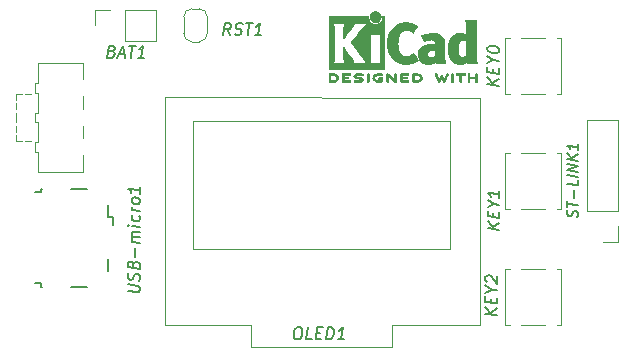
<source format=gbr>
G04 #@! TF.GenerationSoftware,KiCad,Pcbnew,(5.1.5)-2*
G04 #@! TF.CreationDate,2020-03-24T14:33:53+08:00*
G04 #@! TF.ProjectId,EV Meter,4556204d-6574-4657-922e-6b696361645f,rev?*
G04 #@! TF.SameCoordinates,Original*
G04 #@! TF.FileFunction,Legend,Top*
G04 #@! TF.FilePolarity,Positive*
%FSLAX46Y46*%
G04 Gerber Fmt 4.6, Leading zero omitted, Abs format (unit mm)*
G04 Created by KiCad (PCBNEW (5.1.5)-2) date 2020-03-24 14:33:53*
%MOMM*%
%LPD*%
G04 APERTURE LIST*
%ADD10C,0.010000*%
%ADD11C,0.120000*%
%ADD12C,0.150000*%
%ADD13C,2.302000*%
%ADD14C,1.002000*%
%ADD15R,2.602000X1.352000*%
%ADD16R,1.502000X1.702000*%
%ADD17C,0.100000*%
%ADD18O,1.802000X1.802000*%
%ADD19R,1.802000X1.802000*%
%ADD20O,0.902000X0.902000*%
%ADD21O,1.902000X1.252000*%
%ADD22O,2.102000X1.552000*%
%ADD23R,1.402000X0.552000*%
G04 APERTURE END LIST*
D10*
G36*
X148896223Y-110158533D02*
G01*
X148927602Y-110180776D01*
X148955311Y-110208485D01*
X148955311Y-110517920D01*
X148955238Y-110609799D01*
X148954895Y-110681840D01*
X148954092Y-110736780D01*
X148952641Y-110777360D01*
X148950352Y-110806317D01*
X148947036Y-110826391D01*
X148942505Y-110840321D01*
X148936569Y-110850845D01*
X148931914Y-110857100D01*
X148901183Y-110881673D01*
X148865896Y-110884341D01*
X148833645Y-110869271D01*
X148822988Y-110860374D01*
X148815864Y-110848557D01*
X148811567Y-110829526D01*
X148809391Y-110798992D01*
X148808628Y-110752662D01*
X148808555Y-110716871D01*
X148808555Y-110582045D01*
X148311844Y-110582045D01*
X148311844Y-110704700D01*
X148311331Y-110760787D01*
X148309276Y-110799333D01*
X148304908Y-110825361D01*
X148297456Y-110843897D01*
X148288447Y-110857100D01*
X148257544Y-110881604D01*
X148222596Y-110884506D01*
X148189138Y-110867089D01*
X148180004Y-110857959D01*
X148173552Y-110845855D01*
X148169297Y-110827001D01*
X148166752Y-110797620D01*
X148165429Y-110753937D01*
X148164843Y-110692175D01*
X148164775Y-110678000D01*
X148164291Y-110561631D01*
X148164041Y-110465727D01*
X148164123Y-110388177D01*
X148164631Y-110326869D01*
X148165662Y-110279690D01*
X148167313Y-110244530D01*
X148169679Y-110219276D01*
X148172857Y-110201817D01*
X148176944Y-110190041D01*
X148182034Y-110181835D01*
X148187666Y-110175645D01*
X148219528Y-110155844D01*
X148252757Y-110158533D01*
X148284135Y-110180776D01*
X148296833Y-110195126D01*
X148304926Y-110210978D01*
X148309442Y-110233554D01*
X148311406Y-110268078D01*
X148311844Y-110319776D01*
X148311844Y-110435289D01*
X148808555Y-110435289D01*
X148808555Y-110316756D01*
X148809062Y-110262148D01*
X148811098Y-110225275D01*
X148815435Y-110201307D01*
X148822847Y-110185415D01*
X148831133Y-110175645D01*
X148862994Y-110155844D01*
X148896223Y-110158533D01*
G37*
X148896223Y-110158533D02*
X148927602Y-110180776D01*
X148955311Y-110208485D01*
X148955311Y-110517920D01*
X148955238Y-110609799D01*
X148954895Y-110681840D01*
X148954092Y-110736780D01*
X148952641Y-110777360D01*
X148950352Y-110806317D01*
X148947036Y-110826391D01*
X148942505Y-110840321D01*
X148936569Y-110850845D01*
X148931914Y-110857100D01*
X148901183Y-110881673D01*
X148865896Y-110884341D01*
X148833645Y-110869271D01*
X148822988Y-110860374D01*
X148815864Y-110848557D01*
X148811567Y-110829526D01*
X148809391Y-110798992D01*
X148808628Y-110752662D01*
X148808555Y-110716871D01*
X148808555Y-110582045D01*
X148311844Y-110582045D01*
X148311844Y-110704700D01*
X148311331Y-110760787D01*
X148309276Y-110799333D01*
X148304908Y-110825361D01*
X148297456Y-110843897D01*
X148288447Y-110857100D01*
X148257544Y-110881604D01*
X148222596Y-110884506D01*
X148189138Y-110867089D01*
X148180004Y-110857959D01*
X148173552Y-110845855D01*
X148169297Y-110827001D01*
X148166752Y-110797620D01*
X148165429Y-110753937D01*
X148164843Y-110692175D01*
X148164775Y-110678000D01*
X148164291Y-110561631D01*
X148164041Y-110465727D01*
X148164123Y-110388177D01*
X148164631Y-110326869D01*
X148165662Y-110279690D01*
X148167313Y-110244530D01*
X148169679Y-110219276D01*
X148172857Y-110201817D01*
X148176944Y-110190041D01*
X148182034Y-110181835D01*
X148187666Y-110175645D01*
X148219528Y-110155844D01*
X148252757Y-110158533D01*
X148284135Y-110180776D01*
X148296833Y-110195126D01*
X148304926Y-110210978D01*
X148309442Y-110233554D01*
X148311406Y-110268078D01*
X148311844Y-110319776D01*
X148311844Y-110435289D01*
X148808555Y-110435289D01*
X148808555Y-110316756D01*
X148809062Y-110262148D01*
X148811098Y-110225275D01*
X148815435Y-110201307D01*
X148822847Y-110185415D01*
X148831133Y-110175645D01*
X148862994Y-110155844D01*
X148896223Y-110158533D01*
G36*
X147630465Y-110153163D02*
G01*
X147709172Y-110153542D01*
X147770263Y-110154333D01*
X147816217Y-110155670D01*
X147849514Y-110157683D01*
X147872636Y-110160506D01*
X147888062Y-110164269D01*
X147898271Y-110169105D01*
X147903213Y-110172822D01*
X147928857Y-110205358D01*
X147931959Y-110239138D01*
X147916111Y-110269826D01*
X147905748Y-110282089D01*
X147894596Y-110290450D01*
X147878435Y-110295657D01*
X147853042Y-110298457D01*
X147814198Y-110299596D01*
X147757680Y-110299821D01*
X147746580Y-110299822D01*
X147600644Y-110299822D01*
X147600644Y-110570756D01*
X147600548Y-110656154D01*
X147600111Y-110721864D01*
X147599112Y-110770774D01*
X147597328Y-110805773D01*
X147594537Y-110829749D01*
X147590517Y-110845593D01*
X147585045Y-110856191D01*
X147578066Y-110864267D01*
X147545134Y-110884112D01*
X147510754Y-110882548D01*
X147479576Y-110859906D01*
X147477286Y-110857100D01*
X147469829Y-110846492D01*
X147464147Y-110834081D01*
X147460001Y-110816850D01*
X147457150Y-110791784D01*
X147455354Y-110755867D01*
X147454372Y-110706083D01*
X147453964Y-110639417D01*
X147453889Y-110563589D01*
X147453889Y-110299822D01*
X147314527Y-110299822D01*
X147254722Y-110299418D01*
X147213318Y-110297840D01*
X147186148Y-110294547D01*
X147169046Y-110288992D01*
X147157843Y-110280631D01*
X147156483Y-110279178D01*
X147140125Y-110245939D01*
X147141572Y-110208362D01*
X147160378Y-110175645D01*
X147167650Y-110169298D01*
X147177027Y-110164266D01*
X147191009Y-110160396D01*
X147212096Y-110157537D01*
X147242789Y-110155535D01*
X147285589Y-110154239D01*
X147342995Y-110153498D01*
X147417510Y-110153158D01*
X147511633Y-110153068D01*
X147531660Y-110153067D01*
X147630465Y-110153163D01*
G37*
X147630465Y-110153163D02*
X147709172Y-110153542D01*
X147770263Y-110154333D01*
X147816217Y-110155670D01*
X147849514Y-110157683D01*
X147872636Y-110160506D01*
X147888062Y-110164269D01*
X147898271Y-110169105D01*
X147903213Y-110172822D01*
X147928857Y-110205358D01*
X147931959Y-110239138D01*
X147916111Y-110269826D01*
X147905748Y-110282089D01*
X147894596Y-110290450D01*
X147878435Y-110295657D01*
X147853042Y-110298457D01*
X147814198Y-110299596D01*
X147757680Y-110299821D01*
X147746580Y-110299822D01*
X147600644Y-110299822D01*
X147600644Y-110570756D01*
X147600548Y-110656154D01*
X147600111Y-110721864D01*
X147599112Y-110770774D01*
X147597328Y-110805773D01*
X147594537Y-110829749D01*
X147590517Y-110845593D01*
X147585045Y-110856191D01*
X147578066Y-110864267D01*
X147545134Y-110884112D01*
X147510754Y-110882548D01*
X147479576Y-110859906D01*
X147477286Y-110857100D01*
X147469829Y-110846492D01*
X147464147Y-110834081D01*
X147460001Y-110816850D01*
X147457150Y-110791784D01*
X147455354Y-110755867D01*
X147454372Y-110706083D01*
X147453964Y-110639417D01*
X147453889Y-110563589D01*
X147453889Y-110299822D01*
X147314527Y-110299822D01*
X147254722Y-110299418D01*
X147213318Y-110297840D01*
X147186148Y-110294547D01*
X147169046Y-110288992D01*
X147157843Y-110280631D01*
X147156483Y-110279178D01*
X147140125Y-110245939D01*
X147141572Y-110208362D01*
X147160378Y-110175645D01*
X147167650Y-110169298D01*
X147177027Y-110164266D01*
X147191009Y-110160396D01*
X147212096Y-110157537D01*
X147242789Y-110155535D01*
X147285589Y-110154239D01*
X147342995Y-110153498D01*
X147417510Y-110153158D01*
X147511633Y-110153068D01*
X147531660Y-110153067D01*
X147630465Y-110153163D01*
G36*
X146856014Y-110159877D02*
G01*
X146879727Y-110174647D01*
X146906378Y-110196227D01*
X146906378Y-110517773D01*
X146906293Y-110611830D01*
X146905929Y-110685932D01*
X146905124Y-110742704D01*
X146903713Y-110784768D01*
X146901533Y-110814748D01*
X146898421Y-110835267D01*
X146894214Y-110848949D01*
X146888748Y-110858416D01*
X146884872Y-110863082D01*
X146853434Y-110883575D01*
X146817633Y-110882739D01*
X146786273Y-110865264D01*
X146759622Y-110843684D01*
X146759622Y-110196227D01*
X146786273Y-110174647D01*
X146811994Y-110158949D01*
X146833000Y-110153067D01*
X146856014Y-110159877D01*
G37*
X146856014Y-110159877D02*
X146879727Y-110174647D01*
X146906378Y-110196227D01*
X146906378Y-110517773D01*
X146906293Y-110611830D01*
X146905929Y-110685932D01*
X146905124Y-110742704D01*
X146903713Y-110784768D01*
X146901533Y-110814748D01*
X146898421Y-110835267D01*
X146894214Y-110848949D01*
X146888748Y-110858416D01*
X146884872Y-110863082D01*
X146853434Y-110883575D01*
X146817633Y-110882739D01*
X146786273Y-110865264D01*
X146759622Y-110843684D01*
X146759622Y-110196227D01*
X146786273Y-110174647D01*
X146811994Y-110158949D01*
X146833000Y-110153067D01*
X146856014Y-110159877D01*
G36*
X146412065Y-110155034D02*
G01*
X146431655Y-110162035D01*
X146432410Y-110162377D01*
X146459013Y-110182678D01*
X146473670Y-110203561D01*
X146476538Y-110213352D01*
X146476396Y-110226361D01*
X146472361Y-110244895D01*
X146463546Y-110271257D01*
X146449069Y-110307752D01*
X146428045Y-110356687D01*
X146399588Y-110420365D01*
X146362815Y-110501093D01*
X146342575Y-110545216D01*
X146306025Y-110623985D01*
X146271715Y-110696423D01*
X146240952Y-110759880D01*
X146215048Y-110811708D01*
X146195310Y-110849259D01*
X146183050Y-110869884D01*
X146180624Y-110872733D01*
X146149583Y-110885302D01*
X146114521Y-110883619D01*
X146086400Y-110868332D01*
X146085254Y-110867089D01*
X146074068Y-110850154D01*
X146055304Y-110817170D01*
X146031275Y-110772380D01*
X146004297Y-110720032D01*
X145994601Y-110700742D01*
X145921414Y-110554150D01*
X145841640Y-110713393D01*
X145813167Y-110768415D01*
X145786750Y-110816132D01*
X145764548Y-110852893D01*
X145748719Y-110875044D01*
X145743354Y-110879741D01*
X145701657Y-110886102D01*
X145667249Y-110872733D01*
X145657128Y-110858446D01*
X145639614Y-110826692D01*
X145616135Y-110780597D01*
X145588120Y-110723285D01*
X145556999Y-110657880D01*
X145524199Y-110587507D01*
X145491150Y-110515291D01*
X145459281Y-110444355D01*
X145430019Y-110377825D01*
X145404795Y-110318826D01*
X145385036Y-110270481D01*
X145372172Y-110235915D01*
X145367631Y-110218253D01*
X145367677Y-110217613D01*
X145378726Y-110195388D01*
X145400810Y-110172753D01*
X145402110Y-110171768D01*
X145429253Y-110156425D01*
X145454358Y-110156574D01*
X145463768Y-110159466D01*
X145475234Y-110165718D01*
X145487410Y-110178014D01*
X145501757Y-110198908D01*
X145519736Y-110230949D01*
X145542807Y-110276688D01*
X145572430Y-110338677D01*
X145599145Y-110395898D01*
X145629880Y-110462226D01*
X145657421Y-110521874D01*
X145680338Y-110571725D01*
X145697198Y-110608664D01*
X145706573Y-110629573D01*
X145707940Y-110632845D01*
X145714089Y-110627497D01*
X145728222Y-110605109D01*
X145748457Y-110568946D01*
X145772915Y-110522277D01*
X145782648Y-110503022D01*
X145815617Y-110438004D01*
X145841043Y-110390654D01*
X145861012Y-110358219D01*
X145877610Y-110337946D01*
X145892924Y-110327082D01*
X145909040Y-110322875D01*
X145919543Y-110322400D01*
X145938070Y-110324042D01*
X145954304Y-110330831D01*
X145970435Y-110345566D01*
X145988651Y-110371044D01*
X146011139Y-110410061D01*
X146040089Y-110465414D01*
X146056062Y-110496903D01*
X146081970Y-110547087D01*
X146104567Y-110588704D01*
X146121858Y-110618242D01*
X146131850Y-110632189D01*
X146133209Y-110632770D01*
X146139661Y-110621793D01*
X146154108Y-110593290D01*
X146175103Y-110550244D01*
X146201197Y-110495638D01*
X146230946Y-110432454D01*
X146245580Y-110401071D01*
X146283650Y-110320078D01*
X146314305Y-110257756D01*
X146339137Y-110212071D01*
X146359737Y-110180989D01*
X146377698Y-110162478D01*
X146394610Y-110154504D01*
X146412065Y-110155034D01*
G37*
X146412065Y-110155034D02*
X146431655Y-110162035D01*
X146432410Y-110162377D01*
X146459013Y-110182678D01*
X146473670Y-110203561D01*
X146476538Y-110213352D01*
X146476396Y-110226361D01*
X146472361Y-110244895D01*
X146463546Y-110271257D01*
X146449069Y-110307752D01*
X146428045Y-110356687D01*
X146399588Y-110420365D01*
X146362815Y-110501093D01*
X146342575Y-110545216D01*
X146306025Y-110623985D01*
X146271715Y-110696423D01*
X146240952Y-110759880D01*
X146215048Y-110811708D01*
X146195310Y-110849259D01*
X146183050Y-110869884D01*
X146180624Y-110872733D01*
X146149583Y-110885302D01*
X146114521Y-110883619D01*
X146086400Y-110868332D01*
X146085254Y-110867089D01*
X146074068Y-110850154D01*
X146055304Y-110817170D01*
X146031275Y-110772380D01*
X146004297Y-110720032D01*
X145994601Y-110700742D01*
X145921414Y-110554150D01*
X145841640Y-110713393D01*
X145813167Y-110768415D01*
X145786750Y-110816132D01*
X145764548Y-110852893D01*
X145748719Y-110875044D01*
X145743354Y-110879741D01*
X145701657Y-110886102D01*
X145667249Y-110872733D01*
X145657128Y-110858446D01*
X145639614Y-110826692D01*
X145616135Y-110780597D01*
X145588120Y-110723285D01*
X145556999Y-110657880D01*
X145524199Y-110587507D01*
X145491150Y-110515291D01*
X145459281Y-110444355D01*
X145430019Y-110377825D01*
X145404795Y-110318826D01*
X145385036Y-110270481D01*
X145372172Y-110235915D01*
X145367631Y-110218253D01*
X145367677Y-110217613D01*
X145378726Y-110195388D01*
X145400810Y-110172753D01*
X145402110Y-110171768D01*
X145429253Y-110156425D01*
X145454358Y-110156574D01*
X145463768Y-110159466D01*
X145475234Y-110165718D01*
X145487410Y-110178014D01*
X145501757Y-110198908D01*
X145519736Y-110230949D01*
X145542807Y-110276688D01*
X145572430Y-110338677D01*
X145599145Y-110395898D01*
X145629880Y-110462226D01*
X145657421Y-110521874D01*
X145680338Y-110571725D01*
X145697198Y-110608664D01*
X145706573Y-110629573D01*
X145707940Y-110632845D01*
X145714089Y-110627497D01*
X145728222Y-110605109D01*
X145748457Y-110568946D01*
X145772915Y-110522277D01*
X145782648Y-110503022D01*
X145815617Y-110438004D01*
X145841043Y-110390654D01*
X145861012Y-110358219D01*
X145877610Y-110337946D01*
X145892924Y-110327082D01*
X145909040Y-110322875D01*
X145919543Y-110322400D01*
X145938070Y-110324042D01*
X145954304Y-110330831D01*
X145970435Y-110345566D01*
X145988651Y-110371044D01*
X146011139Y-110410061D01*
X146040089Y-110465414D01*
X146056062Y-110496903D01*
X146081970Y-110547087D01*
X146104567Y-110588704D01*
X146121858Y-110618242D01*
X146131850Y-110632189D01*
X146133209Y-110632770D01*
X146139661Y-110621793D01*
X146154108Y-110593290D01*
X146175103Y-110550244D01*
X146201197Y-110495638D01*
X146230946Y-110432454D01*
X146245580Y-110401071D01*
X146283650Y-110320078D01*
X146314305Y-110257756D01*
X146339137Y-110212071D01*
X146359737Y-110180989D01*
X146377698Y-110162478D01*
X146394610Y-110154504D01*
X146412065Y-110155034D01*
G36*
X143685709Y-110153275D02*
G01*
X143814688Y-110157636D01*
X143924391Y-110170861D01*
X144016626Y-110193741D01*
X144093202Y-110227070D01*
X144155927Y-110271638D01*
X144206612Y-110328236D01*
X144247063Y-110397658D01*
X144247859Y-110399351D01*
X144272001Y-110461483D01*
X144280603Y-110516509D01*
X144273631Y-110571887D01*
X144251054Y-110635073D01*
X144246772Y-110644689D01*
X144217572Y-110700966D01*
X144184756Y-110744451D01*
X144142402Y-110781417D01*
X144084590Y-110818135D01*
X144081231Y-110820052D01*
X144030904Y-110844227D01*
X143974021Y-110862282D01*
X143906927Y-110874839D01*
X143825965Y-110882522D01*
X143727482Y-110885953D01*
X143692686Y-110886251D01*
X143526994Y-110886845D01*
X143503597Y-110857100D01*
X143496657Y-110847319D01*
X143491242Y-110835897D01*
X143487165Y-110820095D01*
X143484237Y-110797175D01*
X143482267Y-110764396D01*
X143481625Y-110740089D01*
X143638244Y-110740089D01*
X143732126Y-110740089D01*
X143787064Y-110738483D01*
X143843460Y-110734255D01*
X143889745Y-110728292D01*
X143892539Y-110727790D01*
X143974748Y-110705736D01*
X144038514Y-110672600D01*
X144085852Y-110626847D01*
X144118782Y-110566939D01*
X144124508Y-110551061D01*
X144130121Y-110526333D01*
X144127691Y-110501902D01*
X144115867Y-110469400D01*
X144108740Y-110453434D01*
X144085400Y-110411006D01*
X144057280Y-110381240D01*
X144026340Y-110360511D01*
X143964366Y-110333537D01*
X143885051Y-110313998D01*
X143792653Y-110302746D01*
X143725733Y-110300270D01*
X143638244Y-110299822D01*
X143638244Y-110740089D01*
X143481625Y-110740089D01*
X143481068Y-110719021D01*
X143480450Y-110658311D01*
X143480225Y-110579526D01*
X143480200Y-110517920D01*
X143480200Y-110208485D01*
X143507909Y-110180776D01*
X143520206Y-110169544D01*
X143533503Y-110161853D01*
X143552072Y-110157040D01*
X143580186Y-110154446D01*
X143622117Y-110153410D01*
X143682137Y-110153270D01*
X143685709Y-110153275D01*
G37*
X143685709Y-110153275D02*
X143814688Y-110157636D01*
X143924391Y-110170861D01*
X144016626Y-110193741D01*
X144093202Y-110227070D01*
X144155927Y-110271638D01*
X144206612Y-110328236D01*
X144247063Y-110397658D01*
X144247859Y-110399351D01*
X144272001Y-110461483D01*
X144280603Y-110516509D01*
X144273631Y-110571887D01*
X144251054Y-110635073D01*
X144246772Y-110644689D01*
X144217572Y-110700966D01*
X144184756Y-110744451D01*
X144142402Y-110781417D01*
X144084590Y-110818135D01*
X144081231Y-110820052D01*
X144030904Y-110844227D01*
X143974021Y-110862282D01*
X143906927Y-110874839D01*
X143825965Y-110882522D01*
X143727482Y-110885953D01*
X143692686Y-110886251D01*
X143526994Y-110886845D01*
X143503597Y-110857100D01*
X143496657Y-110847319D01*
X143491242Y-110835897D01*
X143487165Y-110820095D01*
X143484237Y-110797175D01*
X143482267Y-110764396D01*
X143481625Y-110740089D01*
X143638244Y-110740089D01*
X143732126Y-110740089D01*
X143787064Y-110738483D01*
X143843460Y-110734255D01*
X143889745Y-110728292D01*
X143892539Y-110727790D01*
X143974748Y-110705736D01*
X144038514Y-110672600D01*
X144085852Y-110626847D01*
X144118782Y-110566939D01*
X144124508Y-110551061D01*
X144130121Y-110526333D01*
X144127691Y-110501902D01*
X144115867Y-110469400D01*
X144108740Y-110453434D01*
X144085400Y-110411006D01*
X144057280Y-110381240D01*
X144026340Y-110360511D01*
X143964366Y-110333537D01*
X143885051Y-110313998D01*
X143792653Y-110302746D01*
X143725733Y-110300270D01*
X143638244Y-110299822D01*
X143638244Y-110740089D01*
X143481625Y-110740089D01*
X143481068Y-110719021D01*
X143480450Y-110658311D01*
X143480225Y-110579526D01*
X143480200Y-110517920D01*
X143480200Y-110208485D01*
X143507909Y-110180776D01*
X143520206Y-110169544D01*
X143533503Y-110161853D01*
X143552072Y-110157040D01*
X143580186Y-110154446D01*
X143622117Y-110153410D01*
X143682137Y-110153270D01*
X143685709Y-110153275D01*
G36*
X142897743Y-110153260D02*
G01*
X142974101Y-110154174D01*
X143032617Y-110156311D01*
X143075655Y-110160175D01*
X143105583Y-110166267D01*
X143124768Y-110175090D01*
X143135576Y-110187146D01*
X143140373Y-110202939D01*
X143141527Y-110222970D01*
X143141533Y-110225335D01*
X143140531Y-110247992D01*
X143135796Y-110265503D01*
X143124733Y-110278574D01*
X143104748Y-110287913D01*
X143073246Y-110294227D01*
X143027632Y-110298222D01*
X142965313Y-110300606D01*
X142883693Y-110302086D01*
X142858677Y-110302414D01*
X142616600Y-110305467D01*
X142613214Y-110370378D01*
X142609829Y-110435289D01*
X142777976Y-110435289D01*
X142843666Y-110435531D01*
X142890572Y-110436556D01*
X142922483Y-110438811D01*
X142943191Y-110442742D01*
X142956484Y-110448798D01*
X142966155Y-110457424D01*
X142966217Y-110457493D01*
X142983756Y-110491112D01*
X142983122Y-110527448D01*
X142964714Y-110558423D01*
X142961071Y-110561607D01*
X142948141Y-110569812D01*
X142930424Y-110575521D01*
X142903970Y-110579162D01*
X142864832Y-110581167D01*
X142809062Y-110581964D01*
X142773394Y-110582045D01*
X142610955Y-110582045D01*
X142610955Y-110740089D01*
X142857561Y-110740089D01*
X142938980Y-110740231D01*
X143000810Y-110740814D01*
X143046037Y-110742068D01*
X143077648Y-110744227D01*
X143098631Y-110747523D01*
X143111973Y-110752189D01*
X143120661Y-110758457D01*
X143122850Y-110760733D01*
X143139014Y-110792280D01*
X143140197Y-110828168D01*
X143126936Y-110859285D01*
X143116443Y-110869271D01*
X143105529Y-110874769D01*
X143088617Y-110879022D01*
X143063033Y-110882180D01*
X143026101Y-110884392D01*
X142975146Y-110885806D01*
X142907494Y-110886572D01*
X142820469Y-110886838D01*
X142800794Y-110886845D01*
X142712311Y-110886787D01*
X142643627Y-110886467D01*
X142591964Y-110885667D01*
X142554545Y-110884167D01*
X142528590Y-110881749D01*
X142511322Y-110878194D01*
X142499962Y-110873282D01*
X142491732Y-110866795D01*
X142487217Y-110862138D01*
X142480421Y-110853889D01*
X142475112Y-110843669D01*
X142471106Y-110828800D01*
X142468221Y-110806602D01*
X142466274Y-110774393D01*
X142465081Y-110729496D01*
X142464461Y-110669228D01*
X142464229Y-110590911D01*
X142464200Y-110524994D01*
X142464271Y-110432628D01*
X142464608Y-110360117D01*
X142465398Y-110304737D01*
X142466826Y-110263765D01*
X142469079Y-110234478D01*
X142472343Y-110214153D01*
X142476804Y-110200066D01*
X142482648Y-110189495D01*
X142487597Y-110182811D01*
X142510994Y-110153067D01*
X142801174Y-110153067D01*
X142897743Y-110153260D01*
G37*
X142897743Y-110153260D02*
X142974101Y-110154174D01*
X143032617Y-110156311D01*
X143075655Y-110160175D01*
X143105583Y-110166267D01*
X143124768Y-110175090D01*
X143135576Y-110187146D01*
X143140373Y-110202939D01*
X143141527Y-110222970D01*
X143141533Y-110225335D01*
X143140531Y-110247992D01*
X143135796Y-110265503D01*
X143124733Y-110278574D01*
X143104748Y-110287913D01*
X143073246Y-110294227D01*
X143027632Y-110298222D01*
X142965313Y-110300606D01*
X142883693Y-110302086D01*
X142858677Y-110302414D01*
X142616600Y-110305467D01*
X142613214Y-110370378D01*
X142609829Y-110435289D01*
X142777976Y-110435289D01*
X142843666Y-110435531D01*
X142890572Y-110436556D01*
X142922483Y-110438811D01*
X142943191Y-110442742D01*
X142956484Y-110448798D01*
X142966155Y-110457424D01*
X142966217Y-110457493D01*
X142983756Y-110491112D01*
X142983122Y-110527448D01*
X142964714Y-110558423D01*
X142961071Y-110561607D01*
X142948141Y-110569812D01*
X142930424Y-110575521D01*
X142903970Y-110579162D01*
X142864832Y-110581167D01*
X142809062Y-110581964D01*
X142773394Y-110582045D01*
X142610955Y-110582045D01*
X142610955Y-110740089D01*
X142857561Y-110740089D01*
X142938980Y-110740231D01*
X143000810Y-110740814D01*
X143046037Y-110742068D01*
X143077648Y-110744227D01*
X143098631Y-110747523D01*
X143111973Y-110752189D01*
X143120661Y-110758457D01*
X143122850Y-110760733D01*
X143139014Y-110792280D01*
X143140197Y-110828168D01*
X143126936Y-110859285D01*
X143116443Y-110869271D01*
X143105529Y-110874769D01*
X143088617Y-110879022D01*
X143063033Y-110882180D01*
X143026101Y-110884392D01*
X142975146Y-110885806D01*
X142907494Y-110886572D01*
X142820469Y-110886838D01*
X142800794Y-110886845D01*
X142712311Y-110886787D01*
X142643627Y-110886467D01*
X142591964Y-110885667D01*
X142554545Y-110884167D01*
X142528590Y-110881749D01*
X142511322Y-110878194D01*
X142499962Y-110873282D01*
X142491732Y-110866795D01*
X142487217Y-110862138D01*
X142480421Y-110853889D01*
X142475112Y-110843669D01*
X142471106Y-110828800D01*
X142468221Y-110806602D01*
X142466274Y-110774393D01*
X142465081Y-110729496D01*
X142464461Y-110669228D01*
X142464229Y-110590911D01*
X142464200Y-110524994D01*
X142464271Y-110432628D01*
X142464608Y-110360117D01*
X142465398Y-110304737D01*
X142466826Y-110263765D01*
X142469079Y-110234478D01*
X142472343Y-110214153D01*
X142476804Y-110200066D01*
X142482648Y-110189495D01*
X142487597Y-110182811D01*
X142510994Y-110153067D01*
X142801174Y-110153067D01*
X142897743Y-110153260D01*
G36*
X141367286Y-110157448D02*
G01*
X141390852Y-110171273D01*
X141421665Y-110193881D01*
X141461322Y-110226338D01*
X141511420Y-110269708D01*
X141573557Y-110325058D01*
X141649328Y-110393451D01*
X141736066Y-110472084D01*
X141916689Y-110635878D01*
X141922333Y-110416029D01*
X141924371Y-110340351D01*
X141926337Y-110283994D01*
X141928666Y-110243706D01*
X141931794Y-110216235D01*
X141936155Y-110198329D01*
X141942184Y-110186737D01*
X141950316Y-110178208D01*
X141954628Y-110174623D01*
X141989159Y-110155670D01*
X142022017Y-110158441D01*
X142048082Y-110174633D01*
X142074733Y-110196199D01*
X142078048Y-110511151D01*
X142078965Y-110603779D01*
X142079432Y-110676544D01*
X142079287Y-110732161D01*
X142078368Y-110773342D01*
X142076513Y-110802803D01*
X142073561Y-110823255D01*
X142069350Y-110837413D01*
X142063718Y-110847991D01*
X142057473Y-110856474D01*
X142043961Y-110872207D01*
X142030517Y-110882636D01*
X142015276Y-110886639D01*
X141996374Y-110883094D01*
X141971945Y-110870879D01*
X141940127Y-110848871D01*
X141899052Y-110815949D01*
X141846858Y-110770991D01*
X141781678Y-110712875D01*
X141707844Y-110646099D01*
X141442555Y-110405458D01*
X141436911Y-110624589D01*
X141434869Y-110700128D01*
X141432898Y-110756354D01*
X141430561Y-110796524D01*
X141427419Y-110823896D01*
X141423036Y-110841728D01*
X141416976Y-110853279D01*
X141408800Y-110861807D01*
X141404616Y-110865282D01*
X141367635Y-110884372D01*
X141332692Y-110881493D01*
X141302264Y-110857100D01*
X141295303Y-110847286D01*
X141289877Y-110835826D01*
X141285797Y-110819968D01*
X141282871Y-110796963D01*
X141280908Y-110764062D01*
X141279717Y-110718516D01*
X141279108Y-110657573D01*
X141278889Y-110578486D01*
X141278866Y-110519956D01*
X141278940Y-110428407D01*
X141279287Y-110356687D01*
X141280099Y-110302045D01*
X141281567Y-110261732D01*
X141283881Y-110232998D01*
X141287233Y-110213093D01*
X141291812Y-110199268D01*
X141297811Y-110188772D01*
X141302264Y-110182811D01*
X141313550Y-110168691D01*
X141324099Y-110158029D01*
X141335507Y-110151892D01*
X141349370Y-110151343D01*
X141367286Y-110157448D01*
G37*
X141367286Y-110157448D02*
X141390852Y-110171273D01*
X141421665Y-110193881D01*
X141461322Y-110226338D01*
X141511420Y-110269708D01*
X141573557Y-110325058D01*
X141649328Y-110393451D01*
X141736066Y-110472084D01*
X141916689Y-110635878D01*
X141922333Y-110416029D01*
X141924371Y-110340351D01*
X141926337Y-110283994D01*
X141928666Y-110243706D01*
X141931794Y-110216235D01*
X141936155Y-110198329D01*
X141942184Y-110186737D01*
X141950316Y-110178208D01*
X141954628Y-110174623D01*
X141989159Y-110155670D01*
X142022017Y-110158441D01*
X142048082Y-110174633D01*
X142074733Y-110196199D01*
X142078048Y-110511151D01*
X142078965Y-110603779D01*
X142079432Y-110676544D01*
X142079287Y-110732161D01*
X142078368Y-110773342D01*
X142076513Y-110802803D01*
X142073561Y-110823255D01*
X142069350Y-110837413D01*
X142063718Y-110847991D01*
X142057473Y-110856474D01*
X142043961Y-110872207D01*
X142030517Y-110882636D01*
X142015276Y-110886639D01*
X141996374Y-110883094D01*
X141971945Y-110870879D01*
X141940127Y-110848871D01*
X141899052Y-110815949D01*
X141846858Y-110770991D01*
X141781678Y-110712875D01*
X141707844Y-110646099D01*
X141442555Y-110405458D01*
X141436911Y-110624589D01*
X141434869Y-110700128D01*
X141432898Y-110756354D01*
X141430561Y-110796524D01*
X141427419Y-110823896D01*
X141423036Y-110841728D01*
X141416976Y-110853279D01*
X141408800Y-110861807D01*
X141404616Y-110865282D01*
X141367635Y-110884372D01*
X141332692Y-110881493D01*
X141302264Y-110857100D01*
X141295303Y-110847286D01*
X141289877Y-110835826D01*
X141285797Y-110819968D01*
X141282871Y-110796963D01*
X141280908Y-110764062D01*
X141279717Y-110718516D01*
X141279108Y-110657573D01*
X141278889Y-110578486D01*
X141278866Y-110519956D01*
X141278940Y-110428407D01*
X141279287Y-110356687D01*
X141280099Y-110302045D01*
X141281567Y-110261732D01*
X141283881Y-110232998D01*
X141287233Y-110213093D01*
X141291812Y-110199268D01*
X141297811Y-110188772D01*
X141302264Y-110182811D01*
X141313550Y-110168691D01*
X141324099Y-110158029D01*
X141335507Y-110151892D01*
X141349370Y-110151343D01*
X141367286Y-110157448D01*
G36*
X140717319Y-110158599D02*
G01*
X140785835Y-110170095D01*
X140838457Y-110187967D01*
X140872692Y-110211499D01*
X140882021Y-110224924D01*
X140891507Y-110256148D01*
X140885123Y-110284395D01*
X140864970Y-110311182D01*
X140833655Y-110323713D01*
X140788217Y-110322696D01*
X140753074Y-110315906D01*
X140674981Y-110302971D01*
X140595174Y-110301742D01*
X140505845Y-110312241D01*
X140481171Y-110316690D01*
X140398109Y-110340108D01*
X140333127Y-110374945D01*
X140286939Y-110420604D01*
X140260255Y-110476494D01*
X140254737Y-110505388D01*
X140258349Y-110564012D01*
X140281671Y-110615879D01*
X140322576Y-110659978D01*
X140378941Y-110695299D01*
X140448640Y-110720829D01*
X140529548Y-110735559D01*
X140619540Y-110738478D01*
X140716490Y-110728575D01*
X140721964Y-110727641D01*
X140760525Y-110720459D01*
X140781906Y-110713521D01*
X140791173Y-110703227D01*
X140793394Y-110685976D01*
X140793444Y-110676841D01*
X140793444Y-110638489D01*
X140724969Y-110638489D01*
X140664500Y-110634347D01*
X140623235Y-110621147D01*
X140599225Y-110597730D01*
X140590523Y-110562936D01*
X140590417Y-110558394D01*
X140595508Y-110528654D01*
X140612967Y-110507419D01*
X140645461Y-110493366D01*
X140695657Y-110485173D01*
X140744277Y-110482161D01*
X140814944Y-110480433D01*
X140866202Y-110483070D01*
X140901161Y-110492800D01*
X140922930Y-110512353D01*
X140934620Y-110544456D01*
X140939340Y-110591838D01*
X140940200Y-110654071D01*
X140938791Y-110723535D01*
X140934552Y-110770786D01*
X140927464Y-110796012D01*
X140926089Y-110797988D01*
X140887172Y-110829508D01*
X140830114Y-110854470D01*
X140758531Y-110872340D01*
X140676042Y-110882586D01*
X140586261Y-110884673D01*
X140492808Y-110878068D01*
X140437844Y-110869956D01*
X140351634Y-110845554D01*
X140271508Y-110805662D01*
X140204423Y-110753887D01*
X140194227Y-110743539D01*
X140161098Y-110700035D01*
X140131206Y-110646118D01*
X140108043Y-110589592D01*
X140095102Y-110538259D01*
X140093542Y-110518544D01*
X140100182Y-110477419D01*
X140117832Y-110426252D01*
X140143103Y-110372394D01*
X140172611Y-110323195D01*
X140198681Y-110290334D01*
X140259635Y-110241452D01*
X140338431Y-110202545D01*
X140432243Y-110174494D01*
X140538250Y-110158179D01*
X140635400Y-110154192D01*
X140717319Y-110158599D01*
G37*
X140717319Y-110158599D02*
X140785835Y-110170095D01*
X140838457Y-110187967D01*
X140872692Y-110211499D01*
X140882021Y-110224924D01*
X140891507Y-110256148D01*
X140885123Y-110284395D01*
X140864970Y-110311182D01*
X140833655Y-110323713D01*
X140788217Y-110322696D01*
X140753074Y-110315906D01*
X140674981Y-110302971D01*
X140595174Y-110301742D01*
X140505845Y-110312241D01*
X140481171Y-110316690D01*
X140398109Y-110340108D01*
X140333127Y-110374945D01*
X140286939Y-110420604D01*
X140260255Y-110476494D01*
X140254737Y-110505388D01*
X140258349Y-110564012D01*
X140281671Y-110615879D01*
X140322576Y-110659978D01*
X140378941Y-110695299D01*
X140448640Y-110720829D01*
X140529548Y-110735559D01*
X140619540Y-110738478D01*
X140716490Y-110728575D01*
X140721964Y-110727641D01*
X140760525Y-110720459D01*
X140781906Y-110713521D01*
X140791173Y-110703227D01*
X140793394Y-110685976D01*
X140793444Y-110676841D01*
X140793444Y-110638489D01*
X140724969Y-110638489D01*
X140664500Y-110634347D01*
X140623235Y-110621147D01*
X140599225Y-110597730D01*
X140590523Y-110562936D01*
X140590417Y-110558394D01*
X140595508Y-110528654D01*
X140612967Y-110507419D01*
X140645461Y-110493366D01*
X140695657Y-110485173D01*
X140744277Y-110482161D01*
X140814944Y-110480433D01*
X140866202Y-110483070D01*
X140901161Y-110492800D01*
X140922930Y-110512353D01*
X140934620Y-110544456D01*
X140939340Y-110591838D01*
X140940200Y-110654071D01*
X140938791Y-110723535D01*
X140934552Y-110770786D01*
X140927464Y-110796012D01*
X140926089Y-110797988D01*
X140887172Y-110829508D01*
X140830114Y-110854470D01*
X140758531Y-110872340D01*
X140676042Y-110882586D01*
X140586261Y-110884673D01*
X140492808Y-110878068D01*
X140437844Y-110869956D01*
X140351634Y-110845554D01*
X140271508Y-110805662D01*
X140204423Y-110753887D01*
X140194227Y-110743539D01*
X140161098Y-110700035D01*
X140131206Y-110646118D01*
X140108043Y-110589592D01*
X140095102Y-110538259D01*
X140093542Y-110518544D01*
X140100182Y-110477419D01*
X140117832Y-110426252D01*
X140143103Y-110372394D01*
X140172611Y-110323195D01*
X140198681Y-110290334D01*
X140259635Y-110241452D01*
X140338431Y-110202545D01*
X140432243Y-110174494D01*
X140538250Y-110158179D01*
X140635400Y-110154192D01*
X140717319Y-110158599D01*
G36*
X139743578Y-110175645D02*
G01*
X139750158Y-110183218D01*
X139755321Y-110192987D01*
X139759236Y-110207571D01*
X139762076Y-110229585D01*
X139764013Y-110261648D01*
X139765217Y-110306375D01*
X139765861Y-110366385D01*
X139766116Y-110444294D01*
X139766155Y-110519956D01*
X139766086Y-110613802D01*
X139765762Y-110687689D01*
X139765014Y-110744232D01*
X139763668Y-110786049D01*
X139761554Y-110815757D01*
X139758500Y-110835973D01*
X139754334Y-110849314D01*
X139748884Y-110858398D01*
X139743578Y-110864267D01*
X139710574Y-110883947D01*
X139675409Y-110882181D01*
X139643945Y-110860717D01*
X139636716Y-110852337D01*
X139631066Y-110842614D01*
X139626801Y-110828861D01*
X139623727Y-110808389D01*
X139621648Y-110778512D01*
X139620370Y-110736541D01*
X139619699Y-110679789D01*
X139619441Y-110605567D01*
X139619400Y-110521537D01*
X139619400Y-110208485D01*
X139647109Y-110180776D01*
X139681263Y-110157463D01*
X139714394Y-110156623D01*
X139743578Y-110175645D01*
G37*
X139743578Y-110175645D02*
X139750158Y-110183218D01*
X139755321Y-110192987D01*
X139759236Y-110207571D01*
X139762076Y-110229585D01*
X139764013Y-110261648D01*
X139765217Y-110306375D01*
X139765861Y-110366385D01*
X139766116Y-110444294D01*
X139766155Y-110519956D01*
X139766086Y-110613802D01*
X139765762Y-110687689D01*
X139765014Y-110744232D01*
X139763668Y-110786049D01*
X139761554Y-110815757D01*
X139758500Y-110835973D01*
X139754334Y-110849314D01*
X139748884Y-110858398D01*
X139743578Y-110864267D01*
X139710574Y-110883947D01*
X139675409Y-110882181D01*
X139643945Y-110860717D01*
X139636716Y-110852337D01*
X139631066Y-110842614D01*
X139626801Y-110828861D01*
X139623727Y-110808389D01*
X139621648Y-110778512D01*
X139620370Y-110736541D01*
X139619699Y-110679789D01*
X139619441Y-110605567D01*
X139619400Y-110521537D01*
X139619400Y-110208485D01*
X139647109Y-110180776D01*
X139681263Y-110157463D01*
X139714394Y-110156623D01*
X139743578Y-110175645D01*
G36*
X138975697Y-110154351D02*
G01*
X139050512Y-110159581D01*
X139120094Y-110167750D01*
X139180398Y-110178550D01*
X139227380Y-110191673D01*
X139256994Y-110206813D01*
X139261540Y-110211269D01*
X139277346Y-110245850D01*
X139272553Y-110281351D01*
X139248036Y-110311725D01*
X139246866Y-110312596D01*
X139232446Y-110321954D01*
X139217392Y-110326876D01*
X139196395Y-110327473D01*
X139164143Y-110323861D01*
X139115327Y-110316154D01*
X139111400Y-110315505D01*
X139038661Y-110306569D01*
X138960183Y-110302161D01*
X138881473Y-110302119D01*
X138808039Y-110306279D01*
X138745389Y-110314479D01*
X138699030Y-110326557D01*
X138695984Y-110327771D01*
X138662352Y-110346615D01*
X138650536Y-110365685D01*
X138659786Y-110384439D01*
X138689353Y-110402337D01*
X138738489Y-110418837D01*
X138806443Y-110433396D01*
X138851755Y-110440406D01*
X138945944Y-110453889D01*
X139020856Y-110466214D01*
X139079683Y-110478449D01*
X139125615Y-110491661D01*
X139161845Y-110506917D01*
X139191562Y-110525285D01*
X139217958Y-110547831D01*
X139239170Y-110569971D01*
X139264335Y-110600819D01*
X139276719Y-110627345D01*
X139280592Y-110660026D01*
X139280733Y-110671995D01*
X139277824Y-110711712D01*
X139266198Y-110741259D01*
X139246077Y-110767486D01*
X139205184Y-110807576D01*
X139159583Y-110838149D01*
X139105887Y-110860203D01*
X139040708Y-110874735D01*
X138960656Y-110882741D01*
X138862343Y-110885218D01*
X138846111Y-110885177D01*
X138780551Y-110883818D01*
X138715534Y-110880730D01*
X138658148Y-110876356D01*
X138615478Y-110871140D01*
X138612028Y-110870541D01*
X138569604Y-110860491D01*
X138533620Y-110847796D01*
X138513250Y-110836190D01*
X138494293Y-110805572D01*
X138492973Y-110769918D01*
X138509315Y-110738144D01*
X138512971Y-110734551D01*
X138528085Y-110723876D01*
X138546985Y-110719276D01*
X138576238Y-110720059D01*
X138611749Y-110724127D01*
X138651430Y-110727762D01*
X138707055Y-110730828D01*
X138771994Y-110733053D01*
X138839615Y-110734164D01*
X138857400Y-110734237D01*
X138925272Y-110733964D01*
X138974946Y-110732646D01*
X139010790Y-110729827D01*
X139037176Y-110725050D01*
X139058474Y-110717857D01*
X139071274Y-110711867D01*
X139099400Y-110695233D01*
X139117332Y-110680168D01*
X139119953Y-110675897D01*
X139114424Y-110658263D01*
X139088140Y-110641192D01*
X139042922Y-110625458D01*
X138980592Y-110611838D01*
X138962229Y-110608804D01*
X138866310Y-110593738D01*
X138789759Y-110581146D01*
X138729620Y-110570111D01*
X138682940Y-110559720D01*
X138646763Y-110549056D01*
X138618135Y-110537205D01*
X138594102Y-110523251D01*
X138571708Y-110506281D01*
X138547998Y-110485378D01*
X138540020Y-110478049D01*
X138512047Y-110450699D01*
X138497240Y-110429029D01*
X138491448Y-110404232D01*
X138490511Y-110372983D01*
X138500825Y-110311705D01*
X138531648Y-110259640D01*
X138582805Y-110216958D01*
X138654117Y-110183825D01*
X138705000Y-110168964D01*
X138760300Y-110159366D01*
X138826547Y-110153936D01*
X138899694Y-110152367D01*
X138975697Y-110154351D01*
G37*
X138975697Y-110154351D02*
X139050512Y-110159581D01*
X139120094Y-110167750D01*
X139180398Y-110178550D01*
X139227380Y-110191673D01*
X139256994Y-110206813D01*
X139261540Y-110211269D01*
X139277346Y-110245850D01*
X139272553Y-110281351D01*
X139248036Y-110311725D01*
X139246866Y-110312596D01*
X139232446Y-110321954D01*
X139217392Y-110326876D01*
X139196395Y-110327473D01*
X139164143Y-110323861D01*
X139115327Y-110316154D01*
X139111400Y-110315505D01*
X139038661Y-110306569D01*
X138960183Y-110302161D01*
X138881473Y-110302119D01*
X138808039Y-110306279D01*
X138745389Y-110314479D01*
X138699030Y-110326557D01*
X138695984Y-110327771D01*
X138662352Y-110346615D01*
X138650536Y-110365685D01*
X138659786Y-110384439D01*
X138689353Y-110402337D01*
X138738489Y-110418837D01*
X138806443Y-110433396D01*
X138851755Y-110440406D01*
X138945944Y-110453889D01*
X139020856Y-110466214D01*
X139079683Y-110478449D01*
X139125615Y-110491661D01*
X139161845Y-110506917D01*
X139191562Y-110525285D01*
X139217958Y-110547831D01*
X139239170Y-110569971D01*
X139264335Y-110600819D01*
X139276719Y-110627345D01*
X139280592Y-110660026D01*
X139280733Y-110671995D01*
X139277824Y-110711712D01*
X139266198Y-110741259D01*
X139246077Y-110767486D01*
X139205184Y-110807576D01*
X139159583Y-110838149D01*
X139105887Y-110860203D01*
X139040708Y-110874735D01*
X138960656Y-110882741D01*
X138862343Y-110885218D01*
X138846111Y-110885177D01*
X138780551Y-110883818D01*
X138715534Y-110880730D01*
X138658148Y-110876356D01*
X138615478Y-110871140D01*
X138612028Y-110870541D01*
X138569604Y-110860491D01*
X138533620Y-110847796D01*
X138513250Y-110836190D01*
X138494293Y-110805572D01*
X138492973Y-110769918D01*
X138509315Y-110738144D01*
X138512971Y-110734551D01*
X138528085Y-110723876D01*
X138546985Y-110719276D01*
X138576238Y-110720059D01*
X138611749Y-110724127D01*
X138651430Y-110727762D01*
X138707055Y-110730828D01*
X138771994Y-110733053D01*
X138839615Y-110734164D01*
X138857400Y-110734237D01*
X138925272Y-110733964D01*
X138974946Y-110732646D01*
X139010790Y-110729827D01*
X139037176Y-110725050D01*
X139058474Y-110717857D01*
X139071274Y-110711867D01*
X139099400Y-110695233D01*
X139117332Y-110680168D01*
X139119953Y-110675897D01*
X139114424Y-110658263D01*
X139088140Y-110641192D01*
X139042922Y-110625458D01*
X138980592Y-110611838D01*
X138962229Y-110608804D01*
X138866310Y-110593738D01*
X138789759Y-110581146D01*
X138729620Y-110570111D01*
X138682940Y-110559720D01*
X138646763Y-110549056D01*
X138618135Y-110537205D01*
X138594102Y-110523251D01*
X138571708Y-110506281D01*
X138547998Y-110485378D01*
X138540020Y-110478049D01*
X138512047Y-110450699D01*
X138497240Y-110429029D01*
X138491448Y-110404232D01*
X138490511Y-110372983D01*
X138500825Y-110311705D01*
X138531648Y-110259640D01*
X138582805Y-110216958D01*
X138654117Y-110183825D01*
X138705000Y-110168964D01*
X138760300Y-110159366D01*
X138826547Y-110153936D01*
X138899694Y-110152367D01*
X138975697Y-110154351D01*
G36*
X137954606Y-110153146D02*
G01*
X138024014Y-110153518D01*
X138076403Y-110154385D01*
X138114553Y-110155946D01*
X138141241Y-110158403D01*
X138159247Y-110161957D01*
X138171351Y-110166810D01*
X138180331Y-110173161D01*
X138183582Y-110176084D01*
X138203357Y-110207142D01*
X138206918Y-110242828D01*
X138193909Y-110274510D01*
X138187894Y-110280913D01*
X138178165Y-110287121D01*
X138162499Y-110291910D01*
X138137992Y-110295514D01*
X138101739Y-110298164D01*
X138050835Y-110300095D01*
X137982374Y-110301539D01*
X137919783Y-110302418D01*
X137672066Y-110305467D01*
X137668681Y-110370378D01*
X137665295Y-110435289D01*
X137833442Y-110435289D01*
X137906441Y-110435919D01*
X137959883Y-110438553D01*
X137996772Y-110444309D01*
X138020112Y-110454304D01*
X138032906Y-110469656D01*
X138038158Y-110491482D01*
X138038955Y-110511738D01*
X138036477Y-110536592D01*
X138027123Y-110554906D01*
X138008017Y-110567637D01*
X137976282Y-110575741D01*
X137929041Y-110580176D01*
X137863417Y-110581899D01*
X137827599Y-110582045D01*
X137666422Y-110582045D01*
X137666422Y-110740089D01*
X137914778Y-110740089D01*
X137996187Y-110740202D01*
X138058058Y-110740712D01*
X138103432Y-110741870D01*
X138135346Y-110743930D01*
X138156841Y-110747146D01*
X138170957Y-110751772D01*
X138180732Y-110758059D01*
X138185711Y-110762667D01*
X138202790Y-110789560D01*
X138208289Y-110813467D01*
X138200437Y-110842667D01*
X138185711Y-110864267D01*
X138177854Y-110871066D01*
X138167712Y-110876346D01*
X138152556Y-110880298D01*
X138129659Y-110883113D01*
X138096291Y-110884982D01*
X138049725Y-110886098D01*
X137987233Y-110886651D01*
X137906086Y-110886833D01*
X137863978Y-110886845D01*
X137773802Y-110886765D01*
X137703476Y-110886398D01*
X137650271Y-110885552D01*
X137611460Y-110884036D01*
X137584313Y-110881659D01*
X137566102Y-110878229D01*
X137554100Y-110873554D01*
X137545578Y-110867444D01*
X137542244Y-110864267D01*
X137535645Y-110856670D01*
X137530473Y-110846870D01*
X137526554Y-110832239D01*
X137523716Y-110810152D01*
X137521785Y-110777982D01*
X137520588Y-110733103D01*
X137519952Y-110672889D01*
X137519703Y-110594713D01*
X137519666Y-110521923D01*
X137519700Y-110428707D01*
X137519935Y-110355431D01*
X137520570Y-110299458D01*
X137521806Y-110258151D01*
X137523844Y-110228872D01*
X137526883Y-110208984D01*
X137531123Y-110195850D01*
X137536765Y-110186832D01*
X137544009Y-110179293D01*
X137545794Y-110177612D01*
X137554455Y-110170172D01*
X137564518Y-110164409D01*
X137578775Y-110160112D01*
X137600017Y-110157064D01*
X137631036Y-110155051D01*
X137674623Y-110153860D01*
X137733569Y-110153275D01*
X137810666Y-110153083D01*
X137865399Y-110153067D01*
X137954606Y-110153146D01*
G37*
X137954606Y-110153146D02*
X138024014Y-110153518D01*
X138076403Y-110154385D01*
X138114553Y-110155946D01*
X138141241Y-110158403D01*
X138159247Y-110161957D01*
X138171351Y-110166810D01*
X138180331Y-110173161D01*
X138183582Y-110176084D01*
X138203357Y-110207142D01*
X138206918Y-110242828D01*
X138193909Y-110274510D01*
X138187894Y-110280913D01*
X138178165Y-110287121D01*
X138162499Y-110291910D01*
X138137992Y-110295514D01*
X138101739Y-110298164D01*
X138050835Y-110300095D01*
X137982374Y-110301539D01*
X137919783Y-110302418D01*
X137672066Y-110305467D01*
X137668681Y-110370378D01*
X137665295Y-110435289D01*
X137833442Y-110435289D01*
X137906441Y-110435919D01*
X137959883Y-110438553D01*
X137996772Y-110444309D01*
X138020112Y-110454304D01*
X138032906Y-110469656D01*
X138038158Y-110491482D01*
X138038955Y-110511738D01*
X138036477Y-110536592D01*
X138027123Y-110554906D01*
X138008017Y-110567637D01*
X137976282Y-110575741D01*
X137929041Y-110580176D01*
X137863417Y-110581899D01*
X137827599Y-110582045D01*
X137666422Y-110582045D01*
X137666422Y-110740089D01*
X137914778Y-110740089D01*
X137996187Y-110740202D01*
X138058058Y-110740712D01*
X138103432Y-110741870D01*
X138135346Y-110743930D01*
X138156841Y-110747146D01*
X138170957Y-110751772D01*
X138180732Y-110758059D01*
X138185711Y-110762667D01*
X138202790Y-110789560D01*
X138208289Y-110813467D01*
X138200437Y-110842667D01*
X138185711Y-110864267D01*
X138177854Y-110871066D01*
X138167712Y-110876346D01*
X138152556Y-110880298D01*
X138129659Y-110883113D01*
X138096291Y-110884982D01*
X138049725Y-110886098D01*
X137987233Y-110886651D01*
X137906086Y-110886833D01*
X137863978Y-110886845D01*
X137773802Y-110886765D01*
X137703476Y-110886398D01*
X137650271Y-110885552D01*
X137611460Y-110884036D01*
X137584313Y-110881659D01*
X137566102Y-110878229D01*
X137554100Y-110873554D01*
X137545578Y-110867444D01*
X137542244Y-110864267D01*
X137535645Y-110856670D01*
X137530473Y-110846870D01*
X137526554Y-110832239D01*
X137523716Y-110810152D01*
X137521785Y-110777982D01*
X137520588Y-110733103D01*
X137519952Y-110672889D01*
X137519703Y-110594713D01*
X137519666Y-110521923D01*
X137519700Y-110428707D01*
X137519935Y-110355431D01*
X137520570Y-110299458D01*
X137521806Y-110258151D01*
X137523844Y-110228872D01*
X137526883Y-110208984D01*
X137531123Y-110195850D01*
X137536765Y-110186832D01*
X137544009Y-110179293D01*
X137545794Y-110177612D01*
X137554455Y-110170172D01*
X137564518Y-110164409D01*
X137578775Y-110160112D01*
X137600017Y-110157064D01*
X137631036Y-110155051D01*
X137674623Y-110153860D01*
X137733569Y-110153275D01*
X137810666Y-110153083D01*
X137865399Y-110153067D01*
X137954606Y-110153146D01*
G36*
X136546029Y-110153066D02*
G01*
X136585511Y-110153467D01*
X136701200Y-110156259D01*
X136798089Y-110164550D01*
X136879481Y-110179232D01*
X136948677Y-110201193D01*
X137008980Y-110231322D01*
X137063692Y-110270510D01*
X137083233Y-110287532D01*
X137115650Y-110327363D01*
X137144880Y-110381413D01*
X137167409Y-110441323D01*
X137179721Y-110498739D01*
X137181000Y-110519956D01*
X137172983Y-110578769D01*
X137151501Y-110643013D01*
X137120401Y-110703821D01*
X137083534Y-110752330D01*
X137077546Y-110758182D01*
X137026821Y-110799321D01*
X136971275Y-110831435D01*
X136907704Y-110855365D01*
X136832906Y-110871953D01*
X136743678Y-110882041D01*
X136636818Y-110886469D01*
X136587872Y-110886845D01*
X136525638Y-110886545D01*
X136481872Y-110885292D01*
X136452469Y-110882554D01*
X136433321Y-110877801D01*
X136420323Y-110870501D01*
X136413355Y-110864267D01*
X136406774Y-110856694D01*
X136401612Y-110846924D01*
X136397697Y-110832340D01*
X136394857Y-110810326D01*
X136392920Y-110778264D01*
X136391716Y-110733536D01*
X136391072Y-110673526D01*
X136390817Y-110595617D01*
X136390778Y-110519956D01*
X136390530Y-110419041D01*
X136390583Y-110338427D01*
X136391543Y-110299822D01*
X136537533Y-110299822D01*
X136537533Y-110740089D01*
X136630666Y-110740004D01*
X136686707Y-110738396D01*
X136745401Y-110734256D01*
X136794372Y-110728464D01*
X136795862Y-110728226D01*
X136875008Y-110709090D01*
X136936398Y-110679287D01*
X136983095Y-110636878D01*
X137012765Y-110590961D01*
X137031047Y-110540026D01*
X137029629Y-110492200D01*
X137008412Y-110440933D01*
X136966911Y-110387899D01*
X136909402Y-110348600D01*
X136834650Y-110322331D01*
X136784692Y-110313035D01*
X136727984Y-110306507D01*
X136667881Y-110301782D01*
X136616761Y-110299817D01*
X136613733Y-110299808D01*
X136537533Y-110299822D01*
X136391543Y-110299822D01*
X136392140Y-110275851D01*
X136396402Y-110229055D01*
X136404570Y-110195778D01*
X136417844Y-110173759D01*
X136437426Y-110160739D01*
X136464517Y-110154457D01*
X136500318Y-110152653D01*
X136546029Y-110153066D01*
G37*
X136546029Y-110153066D02*
X136585511Y-110153467D01*
X136701200Y-110156259D01*
X136798089Y-110164550D01*
X136879481Y-110179232D01*
X136948677Y-110201193D01*
X137008980Y-110231322D01*
X137063692Y-110270510D01*
X137083233Y-110287532D01*
X137115650Y-110327363D01*
X137144880Y-110381413D01*
X137167409Y-110441323D01*
X137179721Y-110498739D01*
X137181000Y-110519956D01*
X137172983Y-110578769D01*
X137151501Y-110643013D01*
X137120401Y-110703821D01*
X137083534Y-110752330D01*
X137077546Y-110758182D01*
X137026821Y-110799321D01*
X136971275Y-110831435D01*
X136907704Y-110855365D01*
X136832906Y-110871953D01*
X136743678Y-110882041D01*
X136636818Y-110886469D01*
X136587872Y-110886845D01*
X136525638Y-110886545D01*
X136481872Y-110885292D01*
X136452469Y-110882554D01*
X136433321Y-110877801D01*
X136420323Y-110870501D01*
X136413355Y-110864267D01*
X136406774Y-110856694D01*
X136401612Y-110846924D01*
X136397697Y-110832340D01*
X136394857Y-110810326D01*
X136392920Y-110778264D01*
X136391716Y-110733536D01*
X136391072Y-110673526D01*
X136390817Y-110595617D01*
X136390778Y-110519956D01*
X136390530Y-110419041D01*
X136390583Y-110338427D01*
X136391543Y-110299822D01*
X136537533Y-110299822D01*
X136537533Y-110740089D01*
X136630666Y-110740004D01*
X136686707Y-110738396D01*
X136745401Y-110734256D01*
X136794372Y-110728464D01*
X136795862Y-110728226D01*
X136875008Y-110709090D01*
X136936398Y-110679287D01*
X136983095Y-110636878D01*
X137012765Y-110590961D01*
X137031047Y-110540026D01*
X137029629Y-110492200D01*
X137008412Y-110440933D01*
X136966911Y-110387899D01*
X136909402Y-110348600D01*
X136834650Y-110322331D01*
X136784692Y-110313035D01*
X136727984Y-110306507D01*
X136667881Y-110301782D01*
X136616761Y-110299817D01*
X136613733Y-110299808D01*
X136537533Y-110299822D01*
X136391543Y-110299822D01*
X136392140Y-110275851D01*
X136396402Y-110229055D01*
X136404570Y-110195778D01*
X136417844Y-110173759D01*
X136437426Y-110160739D01*
X136464517Y-110154457D01*
X136500318Y-110152653D01*
X136546029Y-110153066D01*
G36*
X140394357Y-104910571D02*
G01*
X140490632Y-104934809D01*
X140577216Y-104977641D01*
X140652027Y-105037419D01*
X140712982Y-105112494D01*
X140758001Y-105201220D01*
X140784264Y-105297530D01*
X140790114Y-105394795D01*
X140775260Y-105488654D01*
X140741560Y-105576511D01*
X140690872Y-105655770D01*
X140625055Y-105723836D01*
X140545966Y-105778112D01*
X140455466Y-105816002D01*
X140404200Y-105828426D01*
X140359702Y-105835947D01*
X140325401Y-105838919D01*
X140292440Y-105837094D01*
X140251966Y-105830225D01*
X140218869Y-105823250D01*
X140125453Y-105791741D01*
X140041781Y-105740617D01*
X139969735Y-105671429D01*
X139911200Y-105585728D01*
X139897252Y-105558489D01*
X139880814Y-105522122D01*
X139870506Y-105491582D01*
X139864940Y-105459450D01*
X139862731Y-105418307D01*
X139862452Y-105372222D01*
X139866539Y-105287865D01*
X139879954Y-105218586D01*
X139905144Y-105157961D01*
X139944554Y-105099567D01*
X139983102Y-105055302D01*
X140054994Y-104989484D01*
X140130087Y-104944053D01*
X140212838Y-104916850D01*
X140290472Y-104906576D01*
X140394357Y-104910571D01*
G37*
X140394357Y-104910571D02*
X140490632Y-104934809D01*
X140577216Y-104977641D01*
X140652027Y-105037419D01*
X140712982Y-105112494D01*
X140758001Y-105201220D01*
X140784264Y-105297530D01*
X140790114Y-105394795D01*
X140775260Y-105488654D01*
X140741560Y-105576511D01*
X140690872Y-105655770D01*
X140625055Y-105723836D01*
X140545966Y-105778112D01*
X140455466Y-105816002D01*
X140404200Y-105828426D01*
X140359702Y-105835947D01*
X140325401Y-105838919D01*
X140292440Y-105837094D01*
X140251966Y-105830225D01*
X140218869Y-105823250D01*
X140125453Y-105791741D01*
X140041781Y-105740617D01*
X139969735Y-105671429D01*
X139911200Y-105585728D01*
X139897252Y-105558489D01*
X139880814Y-105522122D01*
X139870506Y-105491582D01*
X139864940Y-105459450D01*
X139862731Y-105418307D01*
X139862452Y-105372222D01*
X139866539Y-105287865D01*
X139879954Y-105218586D01*
X139905144Y-105157961D01*
X139944554Y-105099567D01*
X139983102Y-105055302D01*
X140054994Y-104989484D01*
X140130087Y-104944053D01*
X140212838Y-104916850D01*
X140290472Y-104906576D01*
X140394357Y-104910571D01*
G36*
X148853907Y-107356245D02*
G01*
X148853926Y-107590662D01*
X148853952Y-107803603D01*
X148854025Y-107996168D01*
X148854182Y-108169459D01*
X148854464Y-108324576D01*
X148854909Y-108462620D01*
X148855556Y-108584692D01*
X148856445Y-108691894D01*
X148857613Y-108785326D01*
X148859101Y-108866090D01*
X148860946Y-108935286D01*
X148863189Y-108994015D01*
X148865869Y-109043379D01*
X148869023Y-109084478D01*
X148872692Y-109118413D01*
X148876913Y-109146286D01*
X148881727Y-109169198D01*
X148887173Y-109188249D01*
X148893288Y-109204540D01*
X148900112Y-109219173D01*
X148907685Y-109233249D01*
X148916045Y-109247868D01*
X148921239Y-109256974D01*
X148955504Y-109317689D01*
X148097355Y-109317689D01*
X148097355Y-109221733D01*
X148096624Y-109178370D01*
X148094672Y-109145205D01*
X148091863Y-109127424D01*
X148090621Y-109125778D01*
X148079199Y-109132662D01*
X148056484Y-109150505D01*
X148033785Y-109169879D01*
X147979200Y-109210614D01*
X147909721Y-109251617D01*
X147832670Y-109289123D01*
X147755365Y-109319364D01*
X147724513Y-109329012D01*
X147656016Y-109343578D01*
X147573164Y-109353539D01*
X147483771Y-109358583D01*
X147395648Y-109358396D01*
X147316607Y-109352666D01*
X147278911Y-109346858D01*
X147140814Y-109308797D01*
X147013513Y-109251073D01*
X146897692Y-109174211D01*
X146794037Y-109078739D01*
X146703233Y-108965179D01*
X146636431Y-108854381D01*
X146581564Y-108737625D01*
X146539563Y-108618276D01*
X146509567Y-108492283D01*
X146490711Y-108355594D01*
X146482132Y-108204158D01*
X146481406Y-108126711D01*
X146483500Y-108069934D01*
X147312617Y-108069934D01*
X147312824Y-108163002D01*
X147315737Y-108250692D01*
X147321400Y-108327772D01*
X147329855Y-108389009D01*
X147332438Y-108401350D01*
X147364240Y-108508633D01*
X147405898Y-108595658D01*
X147457763Y-108662642D01*
X147520181Y-108709805D01*
X147593500Y-108737365D01*
X147678069Y-108745541D01*
X147774235Y-108734551D01*
X147837711Y-108718829D01*
X147886854Y-108700639D01*
X147940983Y-108674791D01*
X147981644Y-108651089D01*
X148052200Y-108604721D01*
X148052200Y-107454530D01*
X147984792Y-107410962D01*
X147906267Y-107370040D01*
X147822081Y-107343389D01*
X147736957Y-107331465D01*
X147655616Y-107334722D01*
X147582780Y-107353615D01*
X147550826Y-107369184D01*
X147492901Y-107412181D01*
X147443944Y-107468953D01*
X147402790Y-107541575D01*
X147368274Y-107632121D01*
X147339233Y-107742666D01*
X147337952Y-107748533D01*
X147327781Y-107810788D01*
X147320139Y-107888594D01*
X147315070Y-107976720D01*
X147312617Y-108069934D01*
X146483500Y-108069934D01*
X146489257Y-107913895D01*
X146511202Y-107718059D01*
X146547186Y-107539332D01*
X146597159Y-107377845D01*
X146661068Y-107233726D01*
X146738862Y-107107106D01*
X146830489Y-106998115D01*
X146935897Y-106906883D01*
X146981062Y-106875932D01*
X147082011Y-106819785D01*
X147185301Y-106780174D01*
X147295389Y-106756014D01*
X147416730Y-106746219D01*
X147509236Y-106747265D01*
X147638890Y-106758231D01*
X147751484Y-106780046D01*
X147850275Y-106813714D01*
X147938521Y-106860236D01*
X147987386Y-106894448D01*
X148016753Y-106916362D01*
X148038443Y-106931333D01*
X148046653Y-106935733D01*
X148048268Y-106924904D01*
X148049559Y-106894251D01*
X148050538Y-106846526D01*
X148051217Y-106784479D01*
X148051610Y-106710862D01*
X148051730Y-106628427D01*
X148051588Y-106539925D01*
X148051197Y-106448107D01*
X148050571Y-106355724D01*
X148049720Y-106265528D01*
X148048660Y-106180271D01*
X148047401Y-106102703D01*
X148045956Y-106035576D01*
X148044338Y-105981641D01*
X148042561Y-105943650D01*
X148042069Y-105936667D01*
X148034492Y-105866251D01*
X148022931Y-105811102D01*
X148005192Y-105763981D01*
X147979082Y-105717647D01*
X147972815Y-105708067D01*
X147948383Y-105671378D01*
X148853711Y-105671378D01*
X148853907Y-107356245D01*
G37*
X148853907Y-107356245D02*
X148853926Y-107590662D01*
X148853952Y-107803603D01*
X148854025Y-107996168D01*
X148854182Y-108169459D01*
X148854464Y-108324576D01*
X148854909Y-108462620D01*
X148855556Y-108584692D01*
X148856445Y-108691894D01*
X148857613Y-108785326D01*
X148859101Y-108866090D01*
X148860946Y-108935286D01*
X148863189Y-108994015D01*
X148865869Y-109043379D01*
X148869023Y-109084478D01*
X148872692Y-109118413D01*
X148876913Y-109146286D01*
X148881727Y-109169198D01*
X148887173Y-109188249D01*
X148893288Y-109204540D01*
X148900112Y-109219173D01*
X148907685Y-109233249D01*
X148916045Y-109247868D01*
X148921239Y-109256974D01*
X148955504Y-109317689D01*
X148097355Y-109317689D01*
X148097355Y-109221733D01*
X148096624Y-109178370D01*
X148094672Y-109145205D01*
X148091863Y-109127424D01*
X148090621Y-109125778D01*
X148079199Y-109132662D01*
X148056484Y-109150505D01*
X148033785Y-109169879D01*
X147979200Y-109210614D01*
X147909721Y-109251617D01*
X147832670Y-109289123D01*
X147755365Y-109319364D01*
X147724513Y-109329012D01*
X147656016Y-109343578D01*
X147573164Y-109353539D01*
X147483771Y-109358583D01*
X147395648Y-109358396D01*
X147316607Y-109352666D01*
X147278911Y-109346858D01*
X147140814Y-109308797D01*
X147013513Y-109251073D01*
X146897692Y-109174211D01*
X146794037Y-109078739D01*
X146703233Y-108965179D01*
X146636431Y-108854381D01*
X146581564Y-108737625D01*
X146539563Y-108618276D01*
X146509567Y-108492283D01*
X146490711Y-108355594D01*
X146482132Y-108204158D01*
X146481406Y-108126711D01*
X146483500Y-108069934D01*
X147312617Y-108069934D01*
X147312824Y-108163002D01*
X147315737Y-108250692D01*
X147321400Y-108327772D01*
X147329855Y-108389009D01*
X147332438Y-108401350D01*
X147364240Y-108508633D01*
X147405898Y-108595658D01*
X147457763Y-108662642D01*
X147520181Y-108709805D01*
X147593500Y-108737365D01*
X147678069Y-108745541D01*
X147774235Y-108734551D01*
X147837711Y-108718829D01*
X147886854Y-108700639D01*
X147940983Y-108674791D01*
X147981644Y-108651089D01*
X148052200Y-108604721D01*
X148052200Y-107454530D01*
X147984792Y-107410962D01*
X147906267Y-107370040D01*
X147822081Y-107343389D01*
X147736957Y-107331465D01*
X147655616Y-107334722D01*
X147582780Y-107353615D01*
X147550826Y-107369184D01*
X147492901Y-107412181D01*
X147443944Y-107468953D01*
X147402790Y-107541575D01*
X147368274Y-107632121D01*
X147339233Y-107742666D01*
X147337952Y-107748533D01*
X147327781Y-107810788D01*
X147320139Y-107888594D01*
X147315070Y-107976720D01*
X147312617Y-108069934D01*
X146483500Y-108069934D01*
X146489257Y-107913895D01*
X146511202Y-107718059D01*
X146547186Y-107539332D01*
X146597159Y-107377845D01*
X146661068Y-107233726D01*
X146738862Y-107107106D01*
X146830489Y-106998115D01*
X146935897Y-106906883D01*
X146981062Y-106875932D01*
X147082011Y-106819785D01*
X147185301Y-106780174D01*
X147295389Y-106756014D01*
X147416730Y-106746219D01*
X147509236Y-106747265D01*
X147638890Y-106758231D01*
X147751484Y-106780046D01*
X147850275Y-106813714D01*
X147938521Y-106860236D01*
X147987386Y-106894448D01*
X148016753Y-106916362D01*
X148038443Y-106931333D01*
X148046653Y-106935733D01*
X148048268Y-106924904D01*
X148049559Y-106894251D01*
X148050538Y-106846526D01*
X148051217Y-106784479D01*
X148051610Y-106710862D01*
X148051730Y-106628427D01*
X148051588Y-106539925D01*
X148051197Y-106448107D01*
X148050571Y-106355724D01*
X148049720Y-106265528D01*
X148048660Y-106180271D01*
X148047401Y-106102703D01*
X148045956Y-106035576D01*
X148044338Y-105981641D01*
X148042561Y-105943650D01*
X148042069Y-105936667D01*
X148034492Y-105866251D01*
X148022931Y-105811102D01*
X148005192Y-105763981D01*
X147979082Y-105717647D01*
X147972815Y-105708067D01*
X147948383Y-105671378D01*
X148853711Y-105671378D01*
X148853907Y-107356245D01*
G36*
X145340974Y-106750552D02*
G01*
X145492892Y-106770567D01*
X145628156Y-106804202D01*
X145747639Y-106851725D01*
X145852215Y-106913405D01*
X145929824Y-106976965D01*
X145998665Y-107051099D01*
X146052406Y-107130871D01*
X146095310Y-107223091D01*
X146110784Y-107266161D01*
X146123644Y-107305142D01*
X146134846Y-107341289D01*
X146144520Y-107376434D01*
X146152796Y-107412410D01*
X146159803Y-107451050D01*
X146165672Y-107494185D01*
X146170531Y-107543649D01*
X146174510Y-107601273D01*
X146177740Y-107668891D01*
X146180349Y-107748334D01*
X146182467Y-107841436D01*
X146184224Y-107950027D01*
X146185749Y-108075942D01*
X146187172Y-108221012D01*
X146188425Y-108363778D01*
X146189751Y-108519968D01*
X146190956Y-108655239D01*
X146192166Y-108771246D01*
X146193506Y-108869645D01*
X146195100Y-108952093D01*
X146197075Y-109020246D01*
X146199556Y-109075760D01*
X146202669Y-109120292D01*
X146206538Y-109155498D01*
X146211289Y-109183034D01*
X146217048Y-109204556D01*
X146223939Y-109221722D01*
X146232089Y-109236186D01*
X146241623Y-109249606D01*
X146252666Y-109263638D01*
X146256966Y-109269071D01*
X146272786Y-109291910D01*
X146279822Y-109307463D01*
X146279844Y-109307922D01*
X146268967Y-109310121D01*
X146237982Y-109312147D01*
X146189357Y-109313942D01*
X146125563Y-109315451D01*
X146049069Y-109316616D01*
X145962344Y-109317380D01*
X145867857Y-109317686D01*
X145856950Y-109317689D01*
X145434057Y-109317689D01*
X145430795Y-109221622D01*
X145427533Y-109125556D01*
X145365444Y-109176543D01*
X145268114Y-109244057D01*
X145158213Y-109298749D01*
X145071749Y-109328978D01*
X145002678Y-109343666D01*
X144919325Y-109353659D01*
X144829559Y-109358646D01*
X144741245Y-109358313D01*
X144662251Y-109352351D01*
X144626022Y-109346638D01*
X144486003Y-109308776D01*
X144359578Y-109253932D01*
X144247660Y-109182924D01*
X144151162Y-109096568D01*
X144071000Y-108995679D01*
X144008087Y-108881076D01*
X143963712Y-108754984D01*
X143951378Y-108698401D01*
X143943768Y-108636202D01*
X143940139Y-108561363D01*
X143939645Y-108527467D01*
X143939710Y-108524282D01*
X144699648Y-108524282D01*
X144708941Y-108599333D01*
X144737128Y-108663160D01*
X144785597Y-108718798D01*
X144790654Y-108723211D01*
X144838948Y-108758037D01*
X144890657Y-108780620D01*
X144951389Y-108792540D01*
X145026752Y-108795383D01*
X145044859Y-108794978D01*
X145098678Y-108792325D01*
X145138708Y-108786909D01*
X145173724Y-108776745D01*
X145212503Y-108759850D01*
X145223145Y-108754672D01*
X145283796Y-108718844D01*
X145330615Y-108676212D01*
X145343352Y-108660973D01*
X145388022Y-108604462D01*
X145388022Y-108408586D01*
X145387486Y-108329939D01*
X145385796Y-108271988D01*
X145382828Y-108232875D01*
X145378457Y-108210741D01*
X145374372Y-108204274D01*
X145358447Y-108201111D01*
X145324664Y-108198488D01*
X145277740Y-108196655D01*
X145222393Y-108195857D01*
X145213506Y-108195842D01*
X145092730Y-108201096D01*
X144990060Y-108217263D01*
X144903506Y-108244961D01*
X144831081Y-108284808D01*
X144776151Y-108331758D01*
X144731604Y-108389645D01*
X144706880Y-108452693D01*
X144699648Y-108524282D01*
X143939710Y-108524282D01*
X143941578Y-108433712D01*
X143949922Y-108354812D01*
X143966168Y-108283590D01*
X143991805Y-108212864D01*
X144015801Y-108160493D01*
X144074420Y-108065196D01*
X144152517Y-107977170D01*
X144247715Y-107898017D01*
X144357638Y-107829340D01*
X144479910Y-107772741D01*
X144612155Y-107729821D01*
X144676822Y-107714882D01*
X144813004Y-107692777D01*
X144961449Y-107678194D01*
X145112905Y-107671813D01*
X145239464Y-107673445D01*
X145401350Y-107680224D01*
X145393930Y-107621245D01*
X145374638Y-107522092D01*
X145343504Y-107441372D01*
X145299669Y-107378466D01*
X145242271Y-107332756D01*
X145170448Y-107303622D01*
X145083341Y-107290447D01*
X144980086Y-107292611D01*
X144942111Y-107296612D01*
X144800920Y-107321780D01*
X144664107Y-107362814D01*
X144569578Y-107400815D01*
X144524418Y-107420190D01*
X144485985Y-107435760D01*
X144459634Y-107445405D01*
X144451946Y-107447452D01*
X144442202Y-107438374D01*
X144425483Y-107409405D01*
X144401632Y-107360217D01*
X144370493Y-107290484D01*
X144331907Y-107199879D01*
X144325310Y-107184089D01*
X144295253Y-107111772D01*
X144268274Y-107046425D01*
X144245536Y-106990906D01*
X144228206Y-106948072D01*
X144217448Y-106920781D01*
X144214341Y-106911942D01*
X144224340Y-106907187D01*
X144250617Y-106901910D01*
X144278889Y-106898231D01*
X144309046Y-106893474D01*
X144356833Y-106884028D01*
X144418012Y-106870820D01*
X144488346Y-106854776D01*
X144563594Y-106836820D01*
X144592155Y-106829797D01*
X144697216Y-106804209D01*
X144784880Y-106784147D01*
X144859468Y-106768969D01*
X144925303Y-106758035D01*
X144986707Y-106750704D01*
X145048002Y-106746335D01*
X145113510Y-106744287D01*
X145171528Y-106743889D01*
X145340974Y-106750552D01*
G37*
X145340974Y-106750552D02*
X145492892Y-106770567D01*
X145628156Y-106804202D01*
X145747639Y-106851725D01*
X145852215Y-106913405D01*
X145929824Y-106976965D01*
X145998665Y-107051099D01*
X146052406Y-107130871D01*
X146095310Y-107223091D01*
X146110784Y-107266161D01*
X146123644Y-107305142D01*
X146134846Y-107341289D01*
X146144520Y-107376434D01*
X146152796Y-107412410D01*
X146159803Y-107451050D01*
X146165672Y-107494185D01*
X146170531Y-107543649D01*
X146174510Y-107601273D01*
X146177740Y-107668891D01*
X146180349Y-107748334D01*
X146182467Y-107841436D01*
X146184224Y-107950027D01*
X146185749Y-108075942D01*
X146187172Y-108221012D01*
X146188425Y-108363778D01*
X146189751Y-108519968D01*
X146190956Y-108655239D01*
X146192166Y-108771246D01*
X146193506Y-108869645D01*
X146195100Y-108952093D01*
X146197075Y-109020246D01*
X146199556Y-109075760D01*
X146202669Y-109120292D01*
X146206538Y-109155498D01*
X146211289Y-109183034D01*
X146217048Y-109204556D01*
X146223939Y-109221722D01*
X146232089Y-109236186D01*
X146241623Y-109249606D01*
X146252666Y-109263638D01*
X146256966Y-109269071D01*
X146272786Y-109291910D01*
X146279822Y-109307463D01*
X146279844Y-109307922D01*
X146268967Y-109310121D01*
X146237982Y-109312147D01*
X146189357Y-109313942D01*
X146125563Y-109315451D01*
X146049069Y-109316616D01*
X145962344Y-109317380D01*
X145867857Y-109317686D01*
X145856950Y-109317689D01*
X145434057Y-109317689D01*
X145430795Y-109221622D01*
X145427533Y-109125556D01*
X145365444Y-109176543D01*
X145268114Y-109244057D01*
X145158213Y-109298749D01*
X145071749Y-109328978D01*
X145002678Y-109343666D01*
X144919325Y-109353659D01*
X144829559Y-109358646D01*
X144741245Y-109358313D01*
X144662251Y-109352351D01*
X144626022Y-109346638D01*
X144486003Y-109308776D01*
X144359578Y-109253932D01*
X144247660Y-109182924D01*
X144151162Y-109096568D01*
X144071000Y-108995679D01*
X144008087Y-108881076D01*
X143963712Y-108754984D01*
X143951378Y-108698401D01*
X143943768Y-108636202D01*
X143940139Y-108561363D01*
X143939645Y-108527467D01*
X143939710Y-108524282D01*
X144699648Y-108524282D01*
X144708941Y-108599333D01*
X144737128Y-108663160D01*
X144785597Y-108718798D01*
X144790654Y-108723211D01*
X144838948Y-108758037D01*
X144890657Y-108780620D01*
X144951389Y-108792540D01*
X145026752Y-108795383D01*
X145044859Y-108794978D01*
X145098678Y-108792325D01*
X145138708Y-108786909D01*
X145173724Y-108776745D01*
X145212503Y-108759850D01*
X145223145Y-108754672D01*
X145283796Y-108718844D01*
X145330615Y-108676212D01*
X145343352Y-108660973D01*
X145388022Y-108604462D01*
X145388022Y-108408586D01*
X145387486Y-108329939D01*
X145385796Y-108271988D01*
X145382828Y-108232875D01*
X145378457Y-108210741D01*
X145374372Y-108204274D01*
X145358447Y-108201111D01*
X145324664Y-108198488D01*
X145277740Y-108196655D01*
X145222393Y-108195857D01*
X145213506Y-108195842D01*
X145092730Y-108201096D01*
X144990060Y-108217263D01*
X144903506Y-108244961D01*
X144831081Y-108284808D01*
X144776151Y-108331758D01*
X144731604Y-108389645D01*
X144706880Y-108452693D01*
X144699648Y-108524282D01*
X143939710Y-108524282D01*
X143941578Y-108433712D01*
X143949922Y-108354812D01*
X143966168Y-108283590D01*
X143991805Y-108212864D01*
X144015801Y-108160493D01*
X144074420Y-108065196D01*
X144152517Y-107977170D01*
X144247715Y-107898017D01*
X144357638Y-107829340D01*
X144479910Y-107772741D01*
X144612155Y-107729821D01*
X144676822Y-107714882D01*
X144813004Y-107692777D01*
X144961449Y-107678194D01*
X145112905Y-107671813D01*
X145239464Y-107673445D01*
X145401350Y-107680224D01*
X145393930Y-107621245D01*
X145374638Y-107522092D01*
X145343504Y-107441372D01*
X145299669Y-107378466D01*
X145242271Y-107332756D01*
X145170448Y-107303622D01*
X145083341Y-107290447D01*
X144980086Y-107292611D01*
X144942111Y-107296612D01*
X144800920Y-107321780D01*
X144664107Y-107362814D01*
X144569578Y-107400815D01*
X144524418Y-107420190D01*
X144485985Y-107435760D01*
X144459634Y-107445405D01*
X144451946Y-107447452D01*
X144442202Y-107438374D01*
X144425483Y-107409405D01*
X144401632Y-107360217D01*
X144370493Y-107290484D01*
X144331907Y-107199879D01*
X144325310Y-107184089D01*
X144295253Y-107111772D01*
X144268274Y-107046425D01*
X144245536Y-106990906D01*
X144228206Y-106948072D01*
X144217448Y-106920781D01*
X144214341Y-106911942D01*
X144224340Y-106907187D01*
X144250617Y-106901910D01*
X144278889Y-106898231D01*
X144309046Y-106893474D01*
X144356833Y-106884028D01*
X144418012Y-106870820D01*
X144488346Y-106854776D01*
X144563594Y-106836820D01*
X144592155Y-106829797D01*
X144697216Y-106804209D01*
X144784880Y-106784147D01*
X144859468Y-106768969D01*
X144925303Y-106758035D01*
X144986707Y-106750704D01*
X145048002Y-106746335D01*
X145113510Y-106744287D01*
X145171528Y-106743889D01*
X145340974Y-106750552D01*
G36*
X142995829Y-105833071D02*
G01*
X143155970Y-105854245D01*
X143319910Y-105894385D01*
X143489713Y-105953889D01*
X143667443Y-106033154D01*
X143678710Y-106038699D01*
X143736405Y-106066725D01*
X143787952Y-106090802D01*
X143829591Y-106109249D01*
X143857562Y-106120386D01*
X143867133Y-106122933D01*
X143886350Y-106127941D01*
X143890961Y-106132147D01*
X143885858Y-106142580D01*
X143869818Y-106168868D01*
X143844688Y-106208257D01*
X143812314Y-106257991D01*
X143774543Y-106315315D01*
X143733222Y-106377476D01*
X143690198Y-106441718D01*
X143647317Y-106505285D01*
X143606426Y-106565425D01*
X143569371Y-106619380D01*
X143538000Y-106664397D01*
X143514159Y-106697721D01*
X143499694Y-106716597D01*
X143497709Y-106718787D01*
X143487591Y-106714138D01*
X143465250Y-106696962D01*
X143434680Y-106670440D01*
X143418936Y-106655964D01*
X143322447Y-106580682D01*
X143215736Y-106525241D01*
X143100232Y-106490141D01*
X142977362Y-106475880D01*
X142907961Y-106477051D01*
X142786823Y-106494212D01*
X142677605Y-106530094D01*
X142579982Y-106584959D01*
X142493628Y-106659070D01*
X142418215Y-106752688D01*
X142353418Y-106866076D01*
X142316001Y-106952667D01*
X142272148Y-107088366D01*
X142239828Y-107235850D01*
X142218957Y-107391314D01*
X142209451Y-107550956D01*
X142211227Y-107710973D01*
X142224203Y-107867561D01*
X142248294Y-108016918D01*
X142283418Y-108155240D01*
X142329492Y-108278724D01*
X142345773Y-108312978D01*
X142414020Y-108427064D01*
X142494479Y-108523557D01*
X142585970Y-108601670D01*
X142687311Y-108660617D01*
X142797320Y-108699612D01*
X142914815Y-108717868D01*
X142956283Y-108719211D01*
X143077841Y-108708290D01*
X143198278Y-108675474D01*
X143316066Y-108621439D01*
X143429677Y-108546865D01*
X143521085Y-108468539D01*
X143567615Y-108424008D01*
X143748883Y-108721271D01*
X143793980Y-108795433D01*
X143835219Y-108863646D01*
X143871135Y-108923459D01*
X143900266Y-108972420D01*
X143921150Y-109008079D01*
X143932324Y-109027984D01*
X143933775Y-109031079D01*
X143925546Y-109040718D01*
X143899967Y-109057999D01*
X143860273Y-109081283D01*
X143809697Y-109108934D01*
X143751474Y-109139315D01*
X143688837Y-109170790D01*
X143625021Y-109201722D01*
X143563260Y-109230473D01*
X143506788Y-109255408D01*
X143458838Y-109274889D01*
X143435386Y-109283318D01*
X143301621Y-109321133D01*
X143163727Y-109346136D01*
X143016022Y-109359140D01*
X142889233Y-109361468D01*
X142821278Y-109360373D01*
X142755677Y-109358275D01*
X142698247Y-109355434D01*
X142654803Y-109352106D01*
X142640698Y-109350422D01*
X142501684Y-109321587D01*
X142360157Y-109276468D01*
X142222675Y-109217750D01*
X142095794Y-109148120D01*
X142018289Y-109095441D01*
X141890881Y-108987239D01*
X141772578Y-108860671D01*
X141665572Y-108718866D01*
X141572052Y-108564951D01*
X141494210Y-108402053D01*
X141450356Y-108284756D01*
X141400108Y-108101128D01*
X141366609Y-107906581D01*
X141349849Y-107705325D01*
X141349816Y-107501568D01*
X141366501Y-107299521D01*
X141399893Y-107103392D01*
X141449980Y-106917391D01*
X141453797Y-106905803D01*
X141516681Y-106743750D01*
X141593428Y-106595832D01*
X141686642Y-106457865D01*
X141798927Y-106325661D01*
X141842792Y-106280399D01*
X141978934Y-106156457D01*
X142118891Y-106053915D01*
X142264811Y-105971656D01*
X142418842Y-105908564D01*
X142583132Y-105863523D01*
X142678689Y-105846033D01*
X142837423Y-105830466D01*
X142995829Y-105833071D01*
G37*
X142995829Y-105833071D02*
X143155970Y-105854245D01*
X143319910Y-105894385D01*
X143489713Y-105953889D01*
X143667443Y-106033154D01*
X143678710Y-106038699D01*
X143736405Y-106066725D01*
X143787952Y-106090802D01*
X143829591Y-106109249D01*
X143857562Y-106120386D01*
X143867133Y-106122933D01*
X143886350Y-106127941D01*
X143890961Y-106132147D01*
X143885858Y-106142580D01*
X143869818Y-106168868D01*
X143844688Y-106208257D01*
X143812314Y-106257991D01*
X143774543Y-106315315D01*
X143733222Y-106377476D01*
X143690198Y-106441718D01*
X143647317Y-106505285D01*
X143606426Y-106565425D01*
X143569371Y-106619380D01*
X143538000Y-106664397D01*
X143514159Y-106697721D01*
X143499694Y-106716597D01*
X143497709Y-106718787D01*
X143487591Y-106714138D01*
X143465250Y-106696962D01*
X143434680Y-106670440D01*
X143418936Y-106655964D01*
X143322447Y-106580682D01*
X143215736Y-106525241D01*
X143100232Y-106490141D01*
X142977362Y-106475880D01*
X142907961Y-106477051D01*
X142786823Y-106494212D01*
X142677605Y-106530094D01*
X142579982Y-106584959D01*
X142493628Y-106659070D01*
X142418215Y-106752688D01*
X142353418Y-106866076D01*
X142316001Y-106952667D01*
X142272148Y-107088366D01*
X142239828Y-107235850D01*
X142218957Y-107391314D01*
X142209451Y-107550956D01*
X142211227Y-107710973D01*
X142224203Y-107867561D01*
X142248294Y-108016918D01*
X142283418Y-108155240D01*
X142329492Y-108278724D01*
X142345773Y-108312978D01*
X142414020Y-108427064D01*
X142494479Y-108523557D01*
X142585970Y-108601670D01*
X142687311Y-108660617D01*
X142797320Y-108699612D01*
X142914815Y-108717868D01*
X142956283Y-108719211D01*
X143077841Y-108708290D01*
X143198278Y-108675474D01*
X143316066Y-108621439D01*
X143429677Y-108546865D01*
X143521085Y-108468539D01*
X143567615Y-108424008D01*
X143748883Y-108721271D01*
X143793980Y-108795433D01*
X143835219Y-108863646D01*
X143871135Y-108923459D01*
X143900266Y-108972420D01*
X143921150Y-109008079D01*
X143932324Y-109027984D01*
X143933775Y-109031079D01*
X143925546Y-109040718D01*
X143899967Y-109057999D01*
X143860273Y-109081283D01*
X143809697Y-109108934D01*
X143751474Y-109139315D01*
X143688837Y-109170790D01*
X143625021Y-109201722D01*
X143563260Y-109230473D01*
X143506788Y-109255408D01*
X143458838Y-109274889D01*
X143435386Y-109283318D01*
X143301621Y-109321133D01*
X143163727Y-109346136D01*
X143016022Y-109359140D01*
X142889233Y-109361468D01*
X142821278Y-109360373D01*
X142755677Y-109358275D01*
X142698247Y-109355434D01*
X142654803Y-109352106D01*
X142640698Y-109350422D01*
X142501684Y-109321587D01*
X142360157Y-109276468D01*
X142222675Y-109217750D01*
X142095794Y-109148120D01*
X142018289Y-109095441D01*
X141890881Y-108987239D01*
X141772578Y-108860671D01*
X141665572Y-108718866D01*
X141572052Y-108564951D01*
X141494210Y-108402053D01*
X141450356Y-108284756D01*
X141400108Y-108101128D01*
X141366609Y-107906581D01*
X141349849Y-107705325D01*
X141349816Y-107501568D01*
X141366501Y-107299521D01*
X141399893Y-107103392D01*
X141449980Y-106917391D01*
X141453797Y-106905803D01*
X141516681Y-106743750D01*
X141593428Y-106595832D01*
X141686642Y-106457865D01*
X141798927Y-106325661D01*
X141842792Y-106280399D01*
X141978934Y-106156457D01*
X142118891Y-106053915D01*
X142264811Y-105971656D01*
X142418842Y-105908564D01*
X142583132Y-105863523D01*
X142678689Y-105846033D01*
X142837423Y-105830466D01*
X142995829Y-105833071D01*
G36*
X139721000Y-105373054D02*
G01*
X139731865Y-105486993D01*
X139763482Y-105594616D01*
X139814385Y-105693615D01*
X139883107Y-105781684D01*
X139968181Y-105856516D01*
X140065168Y-105914384D01*
X140171436Y-105954005D01*
X140278450Y-105972573D01*
X140384100Y-105971434D01*
X140486275Y-105951930D01*
X140582866Y-105915406D01*
X140671762Y-105863205D01*
X140750854Y-105796673D01*
X140818031Y-105717152D01*
X140871183Y-105625987D01*
X140908201Y-105524523D01*
X140926973Y-105414102D01*
X140928911Y-105364206D01*
X140928911Y-105276267D01*
X140980840Y-105276267D01*
X141017147Y-105279111D01*
X141044045Y-105290911D01*
X141071151Y-105314649D01*
X141109533Y-105353031D01*
X141109533Y-107544602D01*
X141109524Y-107806739D01*
X141109492Y-108047241D01*
X141109428Y-108267048D01*
X141109324Y-108467101D01*
X141109173Y-108648344D01*
X141108966Y-108811716D01*
X141108694Y-108958160D01*
X141108350Y-109088617D01*
X141107926Y-109204029D01*
X141107413Y-109305338D01*
X141106803Y-109393484D01*
X141106088Y-109469410D01*
X141105260Y-109534057D01*
X141104311Y-109588367D01*
X141103233Y-109633280D01*
X141102017Y-109669740D01*
X141100655Y-109698687D01*
X141099139Y-109721063D01*
X141097462Y-109737809D01*
X141095614Y-109749868D01*
X141093587Y-109758180D01*
X141091375Y-109763687D01*
X141090292Y-109765537D01*
X141086129Y-109772549D01*
X141082595Y-109778996D01*
X141078765Y-109784900D01*
X141073718Y-109790286D01*
X141066529Y-109795178D01*
X141056277Y-109799598D01*
X141042036Y-109803572D01*
X141022886Y-109807121D01*
X140997901Y-109810270D01*
X140966160Y-109813042D01*
X140926738Y-109815461D01*
X140878714Y-109817551D01*
X140821163Y-109819335D01*
X140753163Y-109820837D01*
X140673790Y-109822080D01*
X140582121Y-109823089D01*
X140477234Y-109823885D01*
X140358204Y-109824494D01*
X140224110Y-109824939D01*
X140074027Y-109825243D01*
X139907033Y-109825430D01*
X139722204Y-109825524D01*
X139518617Y-109825548D01*
X139295350Y-109825525D01*
X139051478Y-109825480D01*
X138786079Y-109825437D01*
X138747696Y-109825432D01*
X138480718Y-109825389D01*
X138235398Y-109825318D01*
X138010817Y-109825213D01*
X137806055Y-109825066D01*
X137620194Y-109824869D01*
X137452312Y-109824616D01*
X137301492Y-109824300D01*
X137166813Y-109823913D01*
X137047356Y-109823447D01*
X136942201Y-109822897D01*
X136850429Y-109822253D01*
X136771121Y-109821511D01*
X136703357Y-109820661D01*
X136646218Y-109819697D01*
X136598783Y-109818611D01*
X136560134Y-109817397D01*
X136529351Y-109816047D01*
X136505515Y-109814555D01*
X136487706Y-109812911D01*
X136475005Y-109811111D01*
X136466492Y-109809145D01*
X136462134Y-109807477D01*
X136453672Y-109803906D01*
X136445903Y-109801270D01*
X136438798Y-109798634D01*
X136432327Y-109795062D01*
X136426461Y-109789621D01*
X136421171Y-109781375D01*
X136416426Y-109769390D01*
X136412198Y-109752731D01*
X136408457Y-109730463D01*
X136405173Y-109701652D01*
X136402317Y-109665363D01*
X136399860Y-109620661D01*
X136397771Y-109566611D01*
X136396022Y-109502279D01*
X136394583Y-109426730D01*
X136393424Y-109339030D01*
X136392517Y-109238243D01*
X136391831Y-109123434D01*
X136391337Y-108993670D01*
X136391005Y-108848015D01*
X136390807Y-108685535D01*
X136390713Y-108505295D01*
X136390692Y-108306360D01*
X136390715Y-108087796D01*
X136390754Y-107848668D01*
X136390778Y-107588040D01*
X136390778Y-107545889D01*
X136390764Y-107282992D01*
X136390739Y-107041732D01*
X136390729Y-106821165D01*
X136390758Y-106620352D01*
X136390852Y-106438349D01*
X136391038Y-106274216D01*
X136391341Y-106127011D01*
X136391786Y-105995792D01*
X136392366Y-105885867D01*
X136695203Y-105885867D01*
X136734993Y-105943711D01*
X136746164Y-105959479D01*
X136756234Y-105973441D01*
X136765262Y-105986784D01*
X136773303Y-106000693D01*
X136780414Y-106016356D01*
X136786653Y-106034958D01*
X136792075Y-106057686D01*
X136796738Y-106085727D01*
X136800699Y-106120267D01*
X136804015Y-106162492D01*
X136806741Y-106213589D01*
X136808936Y-106274744D01*
X136810655Y-106347144D01*
X136811956Y-106431975D01*
X136812895Y-106530422D01*
X136813530Y-106643674D01*
X136813916Y-106772916D01*
X136814112Y-106919334D01*
X136814173Y-107084116D01*
X136814157Y-107268447D01*
X136814120Y-107473513D01*
X136814111Y-107596133D01*
X136814135Y-107813082D01*
X136814169Y-108008642D01*
X136814157Y-108183999D01*
X136814042Y-108340341D01*
X136813770Y-108478857D01*
X136813282Y-108600734D01*
X136812524Y-108707160D01*
X136811438Y-108799322D01*
X136809969Y-108878409D01*
X136808060Y-108945608D01*
X136805656Y-109002107D01*
X136802699Y-109049093D01*
X136799134Y-109087755D01*
X136794905Y-109119280D01*
X136789954Y-109144855D01*
X136784227Y-109165670D01*
X136777667Y-109182911D01*
X136770217Y-109197765D01*
X136761821Y-109211422D01*
X136752424Y-109225069D01*
X136741968Y-109239893D01*
X136735877Y-109248783D01*
X136697104Y-109306400D01*
X137228668Y-109306400D01*
X137351917Y-109306365D01*
X137454413Y-109306215D01*
X137537980Y-109305878D01*
X137604444Y-109305286D01*
X137655629Y-109304367D01*
X137693359Y-109303051D01*
X137719460Y-109301269D01*
X137735756Y-109298951D01*
X137744072Y-109296026D01*
X137746232Y-109292424D01*
X137744061Y-109288075D01*
X137742865Y-109286645D01*
X137717715Y-109249573D01*
X137691817Y-109196772D01*
X137668208Y-109134770D01*
X137659939Y-109108357D01*
X137655322Y-109090416D01*
X137651421Y-109069355D01*
X137648152Y-109043089D01*
X137645434Y-109009532D01*
X137643185Y-108966599D01*
X137641323Y-108912204D01*
X137639764Y-108844262D01*
X137638428Y-108760688D01*
X137637231Y-108659395D01*
X137636092Y-108538300D01*
X137635715Y-108493600D01*
X137634698Y-108368449D01*
X137633940Y-108264082D01*
X137633497Y-108178707D01*
X137633430Y-108110533D01*
X137633795Y-108057765D01*
X137634652Y-108018614D01*
X137636059Y-107991285D01*
X137638075Y-107973986D01*
X137640757Y-107964926D01*
X137644164Y-107962312D01*
X137648356Y-107964351D01*
X137652829Y-107968667D01*
X137663184Y-107981602D01*
X137685242Y-108010676D01*
X137717443Y-108053759D01*
X137758226Y-108108718D01*
X137806030Y-108173423D01*
X137859295Y-108245742D01*
X137916460Y-108323544D01*
X137975963Y-108404698D01*
X138036245Y-108487072D01*
X138095745Y-108568536D01*
X138152902Y-108646957D01*
X138206155Y-108720204D01*
X138253943Y-108786147D01*
X138294707Y-108842654D01*
X138326884Y-108887593D01*
X138348915Y-108918834D01*
X138353483Y-108925466D01*
X138376404Y-108962369D01*
X138403212Y-109010359D01*
X138428611Y-109059897D01*
X138431832Y-109066577D01*
X138453510Y-109114772D01*
X138466096Y-109152334D01*
X138471826Y-109188160D01*
X138472944Y-109230200D01*
X138472310Y-109306400D01*
X139626749Y-109306400D01*
X139535585Y-109212669D01*
X139488788Y-109162775D01*
X139438501Y-109106295D01*
X139392456Y-109052026D01*
X139372031Y-109026673D01*
X139341593Y-108987128D01*
X139301538Y-108933916D01*
X139253039Y-108868667D01*
X139197265Y-108793011D01*
X139135389Y-108708577D01*
X139068581Y-108616994D01*
X138998013Y-108519892D01*
X138924855Y-108418901D01*
X138850279Y-108315650D01*
X138775456Y-108211768D01*
X138701557Y-108108885D01*
X138629754Y-108008631D01*
X138561216Y-107912636D01*
X138497116Y-107822527D01*
X138438625Y-107739936D01*
X138386914Y-107666492D01*
X138343153Y-107603824D01*
X138308515Y-107553561D01*
X138284170Y-107517334D01*
X138271289Y-107496771D01*
X138269531Y-107492668D01*
X138277490Y-107481342D01*
X138298285Y-107454162D01*
X138330553Y-107412829D01*
X138372930Y-107359044D01*
X138424053Y-107294506D01*
X138482559Y-107220918D01*
X138547086Y-107139978D01*
X138616269Y-107053388D01*
X138688747Y-106962848D01*
X138763154Y-106870060D01*
X138822883Y-106795702D01*
X139833889Y-106795702D01*
X139839798Y-106808659D01*
X139854128Y-106830908D01*
X139855175Y-106832391D01*
X139873962Y-106862544D01*
X139893609Y-106899375D01*
X139897508Y-106907511D01*
X139901044Y-106915940D01*
X139904170Y-106926059D01*
X139906914Y-106939260D01*
X139909308Y-106956938D01*
X139911381Y-106980484D01*
X139913165Y-107011293D01*
X139914688Y-107050757D01*
X139915981Y-107100269D01*
X139917074Y-107161223D01*
X139917997Y-107235011D01*
X139918781Y-107323028D01*
X139919455Y-107426665D01*
X139920050Y-107547316D01*
X139920595Y-107686374D01*
X139921121Y-107845232D01*
X139921655Y-108024089D01*
X139922194Y-108209207D01*
X139922628Y-108373145D01*
X139922891Y-108517303D01*
X139922916Y-108643079D01*
X139922635Y-108751871D01*
X139921981Y-108845077D01*
X139920886Y-108924097D01*
X139919282Y-108990328D01*
X139917103Y-109045170D01*
X139914281Y-109090021D01*
X139910749Y-109126278D01*
X139906439Y-109155341D01*
X139901283Y-109178609D01*
X139895215Y-109197479D01*
X139888167Y-109213351D01*
X139880071Y-109227622D01*
X139870860Y-109241691D01*
X139862360Y-109254158D01*
X139845224Y-109280452D01*
X139835078Y-109298037D01*
X139833889Y-109301257D01*
X139844796Y-109302334D01*
X139875989Y-109303335D01*
X139925177Y-109304235D01*
X139990067Y-109305010D01*
X140068370Y-109305637D01*
X140157793Y-109306091D01*
X140256044Y-109306349D01*
X140324955Y-109306400D01*
X140429948Y-109306180D01*
X140526790Y-109305548D01*
X140613293Y-109304549D01*
X140687268Y-109303227D01*
X140746526Y-109301626D01*
X140788880Y-109299791D01*
X140812140Y-109297765D01*
X140816022Y-109296493D01*
X140808324Y-109281591D01*
X140800326Y-109273560D01*
X140787154Y-109256434D01*
X140769915Y-109226183D01*
X140757993Y-109201622D01*
X140731355Y-109142711D01*
X140728280Y-107965845D01*
X140725205Y-106788978D01*
X140279547Y-106788978D01*
X140181730Y-106789142D01*
X140091336Y-106789611D01*
X140010770Y-106790347D01*
X139942438Y-106791316D01*
X139888744Y-106792480D01*
X139852095Y-106793803D01*
X139834896Y-106795249D01*
X139833889Y-106795702D01*
X138822883Y-106795702D01*
X138838130Y-106776722D01*
X138912310Y-106684537D01*
X138984331Y-106595204D01*
X139052831Y-106510424D01*
X139116445Y-106431898D01*
X139173812Y-106361326D01*
X139223567Y-106300409D01*
X139264348Y-106250847D01*
X139281512Y-106230178D01*
X139367804Y-106129516D01*
X139444403Y-106046259D01*
X139513217Y-105978438D01*
X139576152Y-105924089D01*
X139585533Y-105916722D01*
X139625044Y-105886117D01*
X138493284Y-105885867D01*
X138498573Y-105933844D01*
X138495270Y-105991188D01*
X138473739Y-106059463D01*
X138433765Y-106139212D01*
X138388457Y-106211495D01*
X138372239Y-106234140D01*
X138344186Y-106271696D01*
X138305970Y-106322021D01*
X138259263Y-106382973D01*
X138205739Y-106452411D01*
X138147069Y-106528194D01*
X138084925Y-106608180D01*
X138020979Y-106690228D01*
X137956905Y-106772196D01*
X137894373Y-106851943D01*
X137835057Y-106927327D01*
X137780629Y-106996207D01*
X137732761Y-107056442D01*
X137693125Y-107105889D01*
X137663394Y-107142408D01*
X137645239Y-107163858D01*
X137642180Y-107167156D01*
X137639321Y-107159149D01*
X137637107Y-107128855D01*
X137635543Y-107076556D01*
X137634633Y-107002531D01*
X137634380Y-106907063D01*
X137634787Y-106790434D01*
X137635696Y-106670445D01*
X137637018Y-106538333D01*
X137638543Y-106426594D01*
X137640519Y-106333025D01*
X137643194Y-106255419D01*
X137646818Y-106191574D01*
X137651639Y-106139283D01*
X137657906Y-106096344D01*
X137665868Y-106060551D01*
X137675773Y-106029700D01*
X137687869Y-106001586D01*
X137702407Y-105974005D01*
X137717089Y-105948966D01*
X137755086Y-105885867D01*
X136695203Y-105885867D01*
X136392366Y-105885867D01*
X136392399Y-105879617D01*
X136393205Y-105777544D01*
X136394230Y-105688633D01*
X136395500Y-105611941D01*
X136397040Y-105546527D01*
X136398876Y-105491449D01*
X136401033Y-105445765D01*
X136403537Y-105408534D01*
X136406413Y-105378813D01*
X136409687Y-105355662D01*
X136413385Y-105338139D01*
X136417531Y-105325301D01*
X136422153Y-105316208D01*
X136427274Y-105309918D01*
X136432922Y-105305488D01*
X136439121Y-105301978D01*
X136445896Y-105298445D01*
X136451892Y-105294876D01*
X136457125Y-105292300D01*
X136465301Y-105289972D01*
X136477514Y-105287878D01*
X136494859Y-105286007D01*
X136518431Y-105284347D01*
X136549323Y-105282884D01*
X136588632Y-105281608D01*
X136637450Y-105280504D01*
X136696873Y-105279561D01*
X136767996Y-105278767D01*
X136851912Y-105278109D01*
X136949717Y-105277575D01*
X137062506Y-105277153D01*
X137191371Y-105276829D01*
X137337409Y-105276592D01*
X137501714Y-105276430D01*
X137685380Y-105276330D01*
X137889503Y-105276280D01*
X138100647Y-105276267D01*
X139721000Y-105276267D01*
X139721000Y-105373054D01*
G37*
X139721000Y-105373054D02*
X139731865Y-105486993D01*
X139763482Y-105594616D01*
X139814385Y-105693615D01*
X139883107Y-105781684D01*
X139968181Y-105856516D01*
X140065168Y-105914384D01*
X140171436Y-105954005D01*
X140278450Y-105972573D01*
X140384100Y-105971434D01*
X140486275Y-105951930D01*
X140582866Y-105915406D01*
X140671762Y-105863205D01*
X140750854Y-105796673D01*
X140818031Y-105717152D01*
X140871183Y-105625987D01*
X140908201Y-105524523D01*
X140926973Y-105414102D01*
X140928911Y-105364206D01*
X140928911Y-105276267D01*
X140980840Y-105276267D01*
X141017147Y-105279111D01*
X141044045Y-105290911D01*
X141071151Y-105314649D01*
X141109533Y-105353031D01*
X141109533Y-107544602D01*
X141109524Y-107806739D01*
X141109492Y-108047241D01*
X141109428Y-108267048D01*
X141109324Y-108467101D01*
X141109173Y-108648344D01*
X141108966Y-108811716D01*
X141108694Y-108958160D01*
X141108350Y-109088617D01*
X141107926Y-109204029D01*
X141107413Y-109305338D01*
X141106803Y-109393484D01*
X141106088Y-109469410D01*
X141105260Y-109534057D01*
X141104311Y-109588367D01*
X141103233Y-109633280D01*
X141102017Y-109669740D01*
X141100655Y-109698687D01*
X141099139Y-109721063D01*
X141097462Y-109737809D01*
X141095614Y-109749868D01*
X141093587Y-109758180D01*
X141091375Y-109763687D01*
X141090292Y-109765537D01*
X141086129Y-109772549D01*
X141082595Y-109778996D01*
X141078765Y-109784900D01*
X141073718Y-109790286D01*
X141066529Y-109795178D01*
X141056277Y-109799598D01*
X141042036Y-109803572D01*
X141022886Y-109807121D01*
X140997901Y-109810270D01*
X140966160Y-109813042D01*
X140926738Y-109815461D01*
X140878714Y-109817551D01*
X140821163Y-109819335D01*
X140753163Y-109820837D01*
X140673790Y-109822080D01*
X140582121Y-109823089D01*
X140477234Y-109823885D01*
X140358204Y-109824494D01*
X140224110Y-109824939D01*
X140074027Y-109825243D01*
X139907033Y-109825430D01*
X139722204Y-109825524D01*
X139518617Y-109825548D01*
X139295350Y-109825525D01*
X139051478Y-109825480D01*
X138786079Y-109825437D01*
X138747696Y-109825432D01*
X138480718Y-109825389D01*
X138235398Y-109825318D01*
X138010817Y-109825213D01*
X137806055Y-109825066D01*
X137620194Y-109824869D01*
X137452312Y-109824616D01*
X137301492Y-109824300D01*
X137166813Y-109823913D01*
X137047356Y-109823447D01*
X136942201Y-109822897D01*
X136850429Y-109822253D01*
X136771121Y-109821511D01*
X136703357Y-109820661D01*
X136646218Y-109819697D01*
X136598783Y-109818611D01*
X136560134Y-109817397D01*
X136529351Y-109816047D01*
X136505515Y-109814555D01*
X136487706Y-109812911D01*
X136475005Y-109811111D01*
X136466492Y-109809145D01*
X136462134Y-109807477D01*
X136453672Y-109803906D01*
X136445903Y-109801270D01*
X136438798Y-109798634D01*
X136432327Y-109795062D01*
X136426461Y-109789621D01*
X136421171Y-109781375D01*
X136416426Y-109769390D01*
X136412198Y-109752731D01*
X136408457Y-109730463D01*
X136405173Y-109701652D01*
X136402317Y-109665363D01*
X136399860Y-109620661D01*
X136397771Y-109566611D01*
X136396022Y-109502279D01*
X136394583Y-109426730D01*
X136393424Y-109339030D01*
X136392517Y-109238243D01*
X136391831Y-109123434D01*
X136391337Y-108993670D01*
X136391005Y-108848015D01*
X136390807Y-108685535D01*
X136390713Y-108505295D01*
X136390692Y-108306360D01*
X136390715Y-108087796D01*
X136390754Y-107848668D01*
X136390778Y-107588040D01*
X136390778Y-107545889D01*
X136390764Y-107282992D01*
X136390739Y-107041732D01*
X136390729Y-106821165D01*
X136390758Y-106620352D01*
X136390852Y-106438349D01*
X136391038Y-106274216D01*
X136391341Y-106127011D01*
X136391786Y-105995792D01*
X136392366Y-105885867D01*
X136695203Y-105885867D01*
X136734993Y-105943711D01*
X136746164Y-105959479D01*
X136756234Y-105973441D01*
X136765262Y-105986784D01*
X136773303Y-106000693D01*
X136780414Y-106016356D01*
X136786653Y-106034958D01*
X136792075Y-106057686D01*
X136796738Y-106085727D01*
X136800699Y-106120267D01*
X136804015Y-106162492D01*
X136806741Y-106213589D01*
X136808936Y-106274744D01*
X136810655Y-106347144D01*
X136811956Y-106431975D01*
X136812895Y-106530422D01*
X136813530Y-106643674D01*
X136813916Y-106772916D01*
X136814112Y-106919334D01*
X136814173Y-107084116D01*
X136814157Y-107268447D01*
X136814120Y-107473513D01*
X136814111Y-107596133D01*
X136814135Y-107813082D01*
X136814169Y-108008642D01*
X136814157Y-108183999D01*
X136814042Y-108340341D01*
X136813770Y-108478857D01*
X136813282Y-108600734D01*
X136812524Y-108707160D01*
X136811438Y-108799322D01*
X136809969Y-108878409D01*
X136808060Y-108945608D01*
X136805656Y-109002107D01*
X136802699Y-109049093D01*
X136799134Y-109087755D01*
X136794905Y-109119280D01*
X136789954Y-109144855D01*
X136784227Y-109165670D01*
X136777667Y-109182911D01*
X136770217Y-109197765D01*
X136761821Y-109211422D01*
X136752424Y-109225069D01*
X136741968Y-109239893D01*
X136735877Y-109248783D01*
X136697104Y-109306400D01*
X137228668Y-109306400D01*
X137351917Y-109306365D01*
X137454413Y-109306215D01*
X137537980Y-109305878D01*
X137604444Y-109305286D01*
X137655629Y-109304367D01*
X137693359Y-109303051D01*
X137719460Y-109301269D01*
X137735756Y-109298951D01*
X137744072Y-109296026D01*
X137746232Y-109292424D01*
X137744061Y-109288075D01*
X137742865Y-109286645D01*
X137717715Y-109249573D01*
X137691817Y-109196772D01*
X137668208Y-109134770D01*
X137659939Y-109108357D01*
X137655322Y-109090416D01*
X137651421Y-109069355D01*
X137648152Y-109043089D01*
X137645434Y-109009532D01*
X137643185Y-108966599D01*
X137641323Y-108912204D01*
X137639764Y-108844262D01*
X137638428Y-108760688D01*
X137637231Y-108659395D01*
X137636092Y-108538300D01*
X137635715Y-108493600D01*
X137634698Y-108368449D01*
X137633940Y-108264082D01*
X137633497Y-108178707D01*
X137633430Y-108110533D01*
X137633795Y-108057765D01*
X137634652Y-108018614D01*
X137636059Y-107991285D01*
X137638075Y-107973986D01*
X137640757Y-107964926D01*
X137644164Y-107962312D01*
X137648356Y-107964351D01*
X137652829Y-107968667D01*
X137663184Y-107981602D01*
X137685242Y-108010676D01*
X137717443Y-108053759D01*
X137758226Y-108108718D01*
X137806030Y-108173423D01*
X137859295Y-108245742D01*
X137916460Y-108323544D01*
X137975963Y-108404698D01*
X138036245Y-108487072D01*
X138095745Y-108568536D01*
X138152902Y-108646957D01*
X138206155Y-108720204D01*
X138253943Y-108786147D01*
X138294707Y-108842654D01*
X138326884Y-108887593D01*
X138348915Y-108918834D01*
X138353483Y-108925466D01*
X138376404Y-108962369D01*
X138403212Y-109010359D01*
X138428611Y-109059897D01*
X138431832Y-109066577D01*
X138453510Y-109114772D01*
X138466096Y-109152334D01*
X138471826Y-109188160D01*
X138472944Y-109230200D01*
X138472310Y-109306400D01*
X139626749Y-109306400D01*
X139535585Y-109212669D01*
X139488788Y-109162775D01*
X139438501Y-109106295D01*
X139392456Y-109052026D01*
X139372031Y-109026673D01*
X139341593Y-108987128D01*
X139301538Y-108933916D01*
X139253039Y-108868667D01*
X139197265Y-108793011D01*
X139135389Y-108708577D01*
X139068581Y-108616994D01*
X138998013Y-108519892D01*
X138924855Y-108418901D01*
X138850279Y-108315650D01*
X138775456Y-108211768D01*
X138701557Y-108108885D01*
X138629754Y-108008631D01*
X138561216Y-107912636D01*
X138497116Y-107822527D01*
X138438625Y-107739936D01*
X138386914Y-107666492D01*
X138343153Y-107603824D01*
X138308515Y-107553561D01*
X138284170Y-107517334D01*
X138271289Y-107496771D01*
X138269531Y-107492668D01*
X138277490Y-107481342D01*
X138298285Y-107454162D01*
X138330553Y-107412829D01*
X138372930Y-107359044D01*
X138424053Y-107294506D01*
X138482559Y-107220918D01*
X138547086Y-107139978D01*
X138616269Y-107053388D01*
X138688747Y-106962848D01*
X138763154Y-106870060D01*
X138822883Y-106795702D01*
X139833889Y-106795702D01*
X139839798Y-106808659D01*
X139854128Y-106830908D01*
X139855175Y-106832391D01*
X139873962Y-106862544D01*
X139893609Y-106899375D01*
X139897508Y-106907511D01*
X139901044Y-106915940D01*
X139904170Y-106926059D01*
X139906914Y-106939260D01*
X139909308Y-106956938D01*
X139911381Y-106980484D01*
X139913165Y-107011293D01*
X139914688Y-107050757D01*
X139915981Y-107100269D01*
X139917074Y-107161223D01*
X139917997Y-107235011D01*
X139918781Y-107323028D01*
X139919455Y-107426665D01*
X139920050Y-107547316D01*
X139920595Y-107686374D01*
X139921121Y-107845232D01*
X139921655Y-108024089D01*
X139922194Y-108209207D01*
X139922628Y-108373145D01*
X139922891Y-108517303D01*
X139922916Y-108643079D01*
X139922635Y-108751871D01*
X139921981Y-108845077D01*
X139920886Y-108924097D01*
X139919282Y-108990328D01*
X139917103Y-109045170D01*
X139914281Y-109090021D01*
X139910749Y-109126278D01*
X139906439Y-109155341D01*
X139901283Y-109178609D01*
X139895215Y-109197479D01*
X139888167Y-109213351D01*
X139880071Y-109227622D01*
X139870860Y-109241691D01*
X139862360Y-109254158D01*
X139845224Y-109280452D01*
X139835078Y-109298037D01*
X139833889Y-109301257D01*
X139844796Y-109302334D01*
X139875989Y-109303335D01*
X139925177Y-109304235D01*
X139990067Y-109305010D01*
X140068370Y-109305637D01*
X140157793Y-109306091D01*
X140256044Y-109306349D01*
X140324955Y-109306400D01*
X140429948Y-109306180D01*
X140526790Y-109305548D01*
X140613293Y-109304549D01*
X140687268Y-109303227D01*
X140746526Y-109301626D01*
X140788880Y-109299791D01*
X140812140Y-109297765D01*
X140816022Y-109296493D01*
X140808324Y-109281591D01*
X140800326Y-109273560D01*
X140787154Y-109256434D01*
X140769915Y-109226183D01*
X140757993Y-109201622D01*
X140731355Y-109142711D01*
X140728280Y-107965845D01*
X140725205Y-106788978D01*
X140279547Y-106788978D01*
X140181730Y-106789142D01*
X140091336Y-106789611D01*
X140010770Y-106790347D01*
X139942438Y-106791316D01*
X139888744Y-106792480D01*
X139852095Y-106793803D01*
X139834896Y-106795249D01*
X139833889Y-106795702D01*
X138822883Y-106795702D01*
X138838130Y-106776722D01*
X138912310Y-106684537D01*
X138984331Y-106595204D01*
X139052831Y-106510424D01*
X139116445Y-106431898D01*
X139173812Y-106361326D01*
X139223567Y-106300409D01*
X139264348Y-106250847D01*
X139281512Y-106230178D01*
X139367804Y-106129516D01*
X139444403Y-106046259D01*
X139513217Y-105978438D01*
X139576152Y-105924089D01*
X139585533Y-105916722D01*
X139625044Y-105886117D01*
X138493284Y-105885867D01*
X138498573Y-105933844D01*
X138495270Y-105991188D01*
X138473739Y-106059463D01*
X138433765Y-106139212D01*
X138388457Y-106211495D01*
X138372239Y-106234140D01*
X138344186Y-106271696D01*
X138305970Y-106322021D01*
X138259263Y-106382973D01*
X138205739Y-106452411D01*
X138147069Y-106528194D01*
X138084925Y-106608180D01*
X138020979Y-106690228D01*
X137956905Y-106772196D01*
X137894373Y-106851943D01*
X137835057Y-106927327D01*
X137780629Y-106996207D01*
X137732761Y-107056442D01*
X137693125Y-107105889D01*
X137663394Y-107142408D01*
X137645239Y-107163858D01*
X137642180Y-107167156D01*
X137639321Y-107159149D01*
X137637107Y-107128855D01*
X137635543Y-107076556D01*
X137634633Y-107002531D01*
X137634380Y-106907063D01*
X137634787Y-106790434D01*
X137635696Y-106670445D01*
X137637018Y-106538333D01*
X137638543Y-106426594D01*
X137640519Y-106333025D01*
X137643194Y-106255419D01*
X137646818Y-106191574D01*
X137651639Y-106139283D01*
X137657906Y-106096344D01*
X137665868Y-106060551D01*
X137675773Y-106029700D01*
X137687869Y-106001586D01*
X137702407Y-105974005D01*
X137717089Y-105948966D01*
X137755086Y-105885867D01*
X136695203Y-105885867D01*
X136392366Y-105885867D01*
X136392399Y-105879617D01*
X136393205Y-105777544D01*
X136394230Y-105688633D01*
X136395500Y-105611941D01*
X136397040Y-105546527D01*
X136398876Y-105491449D01*
X136401033Y-105445765D01*
X136403537Y-105408534D01*
X136406413Y-105378813D01*
X136409687Y-105355662D01*
X136413385Y-105338139D01*
X136417531Y-105325301D01*
X136422153Y-105316208D01*
X136427274Y-105309918D01*
X136432922Y-105305488D01*
X136439121Y-105301978D01*
X136445896Y-105298445D01*
X136451892Y-105294876D01*
X136457125Y-105292300D01*
X136465301Y-105289972D01*
X136477514Y-105287878D01*
X136494859Y-105286007D01*
X136518431Y-105284347D01*
X136549323Y-105282884D01*
X136588632Y-105281608D01*
X136637450Y-105280504D01*
X136696873Y-105279561D01*
X136767996Y-105278767D01*
X136851912Y-105278109D01*
X136949717Y-105277575D01*
X137062506Y-105277153D01*
X137191371Y-105276829D01*
X137337409Y-105276592D01*
X137501714Y-105276430D01*
X137685380Y-105276330D01*
X137889503Y-105276280D01*
X138100647Y-105276267D01*
X139721000Y-105276267D01*
X139721000Y-105373054D01*
D11*
X109900000Y-113500000D02*
X109900000Y-113500000D01*
X109900000Y-114300000D02*
X109900000Y-113500000D01*
X109900000Y-114600000D02*
X109900000Y-114600000D01*
X109900000Y-115100000D02*
X109900000Y-114600000D01*
X109900000Y-113200000D02*
X109900000Y-113200000D01*
X109900000Y-112700000D02*
X109900000Y-113200000D01*
X111200000Y-111900000D02*
X111200000Y-111900000D01*
X110700000Y-111900000D02*
X111200000Y-111900000D01*
X111200000Y-115900000D02*
X111200000Y-115900000D01*
X110700000Y-115900000D02*
X111200000Y-115900000D01*
X110400000Y-115900000D02*
X110400000Y-115900000D01*
X109900000Y-115900000D02*
X110400000Y-115900000D01*
X109900000Y-115400000D02*
X109900000Y-115400000D01*
X109900000Y-115900000D02*
X109900000Y-115400000D01*
X109900000Y-112400000D02*
X109900000Y-112400000D01*
X109900000Y-111900000D02*
X109900000Y-112400000D01*
X110400000Y-111900000D02*
X110400000Y-111900000D01*
X109900000Y-111900000D02*
X110400000Y-111900000D01*
X111800000Y-109300000D02*
X111800000Y-109300000D01*
X111800000Y-111000000D02*
X111800000Y-109300000D01*
X111500000Y-111000000D02*
X111800000Y-111000000D01*
X111500000Y-111800000D02*
X111500000Y-111000000D01*
X111800000Y-111800000D02*
X111500000Y-111800000D01*
X111800000Y-113500000D02*
X111800000Y-111800000D01*
X111500000Y-113500000D02*
X111800000Y-113500000D01*
X111500000Y-114300000D02*
X111500000Y-113500000D01*
X111800000Y-114300000D02*
X111500000Y-114300000D01*
X111800000Y-116000000D02*
X111800000Y-114300000D01*
X111500000Y-116000000D02*
X111800000Y-116000000D01*
X111500000Y-116800000D02*
X111500000Y-116000000D01*
X111800000Y-116800000D02*
X111500000Y-116800000D01*
X111800000Y-118500000D02*
X111800000Y-116800000D01*
X115600000Y-112100000D02*
X115600000Y-112100000D01*
X115600000Y-113200000D02*
X115600000Y-112100000D01*
X115600000Y-114600000D02*
X115600000Y-114600000D01*
X115600000Y-115700000D02*
X115600000Y-114600000D01*
X115600000Y-109300000D02*
X115600000Y-110700000D01*
X111800000Y-109300000D02*
X115600000Y-109300000D01*
X115600000Y-118500000D02*
X111800000Y-118500000D01*
X115600000Y-117100000D02*
X115600000Y-118500000D01*
X152686400Y-126697600D02*
X154746400Y-126697600D01*
X152686400Y-131437600D02*
X154746400Y-131437600D01*
X151346400Y-131437600D02*
X151746400Y-131437600D01*
X151346400Y-126697600D02*
X151346400Y-131437600D01*
X151346400Y-126697600D02*
X151746400Y-126697600D01*
X156086400Y-131437600D02*
X155686400Y-131437600D01*
X156086400Y-126697600D02*
X155686400Y-126697600D01*
X156086400Y-126697600D02*
X156086400Y-131437600D01*
X152686400Y-116931300D02*
X154746400Y-116931300D01*
X152686400Y-121671300D02*
X154746400Y-121671300D01*
X151346400Y-121671300D02*
X151746400Y-121671300D01*
X151346400Y-116931300D02*
X151346400Y-121671300D01*
X151346400Y-116931300D02*
X151746400Y-116931300D01*
X156086400Y-121671300D02*
X155686400Y-121671300D01*
X156086400Y-116931300D02*
X155686400Y-116931300D01*
X156086400Y-116931300D02*
X156086400Y-121671300D01*
X152686400Y-107165000D02*
X154746400Y-107165000D01*
X152686400Y-111905000D02*
X154746400Y-111905000D01*
X151346400Y-111905000D02*
X151746400Y-111905000D01*
X151346400Y-107165000D02*
X151346400Y-111905000D01*
X151346400Y-107165000D02*
X151746400Y-107165000D01*
X156086400Y-111905000D02*
X155686400Y-111905000D01*
X156086400Y-107165000D02*
X155686400Y-107165000D01*
X156086400Y-107165000D02*
X156086400Y-111905000D01*
X126116000Y-105380600D02*
X126116000Y-106780600D01*
X125416000Y-107480600D02*
X124816000Y-107480600D01*
X124116000Y-106780600D02*
X124116000Y-105380600D01*
X124816000Y-104680600D02*
X125416000Y-104680600D01*
X125416000Y-104680600D02*
G75*
G02X126116000Y-105380600I0J-700000D01*
G01*
X124116000Y-105380600D02*
G75*
G02X124816000Y-104680600I700000J0D01*
G01*
X124816000Y-107480600D02*
G75*
G02X124116000Y-106780600I0J700000D01*
G01*
X126116000Y-106780600D02*
G75*
G02X125416000Y-107480600I-700000J0D01*
G01*
X160913800Y-124428600D02*
X159583800Y-124428600D01*
X160913800Y-123098600D02*
X160913800Y-124428600D01*
X160913800Y-121828600D02*
X158253800Y-121828600D01*
X158253800Y-121828600D02*
X158253800Y-114148600D01*
X160913800Y-121828600D02*
X160913800Y-114148600D01*
X160913800Y-114148600D02*
X158253800Y-114148600D01*
X116570000Y-106100000D02*
X116570000Y-104770000D01*
X116570000Y-104770000D02*
X117900000Y-104770000D01*
X119170000Y-104770000D02*
X121770000Y-104770000D01*
X121770000Y-107430000D02*
X121770000Y-104770000D01*
X119170000Y-107430000D02*
X121770000Y-107430000D01*
X119170000Y-107430000D02*
X119170000Y-104770000D01*
X146620400Y-125021800D02*
X124876400Y-125021800D01*
X124876400Y-114157800D02*
X124876400Y-125021800D01*
X146620400Y-114157800D02*
X124876400Y-114157800D01*
X146620400Y-114157800D02*
X146620400Y-125021800D01*
X149195200Y-131429800D02*
X141740400Y-131429800D01*
X129840400Y-131429800D02*
X122525200Y-131429800D01*
X141740400Y-131429800D02*
X141740400Y-133309400D01*
X129840400Y-133309400D02*
X141740400Y-133309400D01*
X129840400Y-131429800D02*
X129840400Y-133309400D01*
X149169800Y-112227400D02*
X122525200Y-112202000D01*
X149195200Y-131404400D02*
X149169800Y-112227400D01*
X122525200Y-112202000D02*
X122525200Y-131429800D01*
D12*
X117700000Y-125879000D02*
X117700000Y-126879000D01*
X117700000Y-122279000D02*
X117700000Y-121279000D01*
X118125000Y-122279000D02*
X117700000Y-122279000D01*
X118125000Y-123004000D02*
X118125000Y-122279000D01*
X114550000Y-128229000D02*
X115950000Y-128229000D01*
X112000000Y-128229000D02*
X112150000Y-128229000D01*
X112000000Y-127929000D02*
X112000000Y-128229000D01*
X111550000Y-127929000D02*
X112000000Y-127929000D01*
X112000000Y-120229000D02*
X111550000Y-120229000D01*
X112000000Y-119929000D02*
X112000000Y-120229000D01*
X112150000Y-119929000D02*
X112000000Y-119929000D01*
X115950000Y-119929000D02*
X114550000Y-119929000D01*
X150663580Y-130634232D02*
X149663580Y-130509232D01*
X150663580Y-130062804D02*
X150092152Y-130419947D01*
X149663580Y-129937804D02*
X150235009Y-130580661D01*
X150139771Y-129568756D02*
X150139771Y-129235423D01*
X150663580Y-129158042D02*
X150663580Y-129634232D01*
X149663580Y-129509232D01*
X149663580Y-129033042D01*
X150187390Y-128479470D02*
X150663580Y-128538994D01*
X149663580Y-128747327D02*
X150187390Y-128479470D01*
X149663580Y-128080661D01*
X149758819Y-127806851D02*
X149711200Y-127753280D01*
X149663580Y-127652089D01*
X149663580Y-127413994D01*
X149711200Y-127324708D01*
X149758819Y-127283042D01*
X149854057Y-127247327D01*
X149949295Y-127259232D01*
X150092152Y-127324708D01*
X150663580Y-127967566D01*
X150663580Y-127348518D01*
X150841380Y-123395232D02*
X149841380Y-123270232D01*
X150841380Y-122823804D02*
X150269952Y-123180947D01*
X149841380Y-122698804D02*
X150412809Y-123341661D01*
X150317571Y-122329756D02*
X150317571Y-121996423D01*
X150841380Y-121919042D02*
X150841380Y-122395232D01*
X149841380Y-122270232D01*
X149841380Y-121794042D01*
X150365190Y-121240470D02*
X150841380Y-121299994D01*
X149841380Y-121508327D02*
X150365190Y-121240470D01*
X149841380Y-120841661D01*
X150841380Y-120109518D02*
X150841380Y-120680947D01*
X150841380Y-120395232D02*
X149841380Y-120270232D01*
X149984238Y-120383327D01*
X150079476Y-120490470D01*
X150127095Y-120591661D01*
X150815980Y-111203232D02*
X149815980Y-111078232D01*
X150815980Y-110631804D02*
X150244552Y-110988947D01*
X149815980Y-110506804D02*
X150387409Y-111149661D01*
X150292171Y-110137756D02*
X150292171Y-109804423D01*
X150815980Y-109727042D02*
X150815980Y-110203232D01*
X149815980Y-110078232D01*
X149815980Y-109602042D01*
X150339790Y-109048470D02*
X150815980Y-109107994D01*
X149815980Y-109316327D02*
X150339790Y-109048470D01*
X149815980Y-108649661D01*
X149815980Y-108125851D02*
X149815980Y-108030613D01*
X149863600Y-107941327D01*
X149911219Y-107899661D01*
X150006457Y-107863947D01*
X150196933Y-107840137D01*
X150435028Y-107869899D01*
X150625504Y-107941327D01*
X150720742Y-108000851D01*
X150768361Y-108054423D01*
X150815980Y-108155613D01*
X150815980Y-108250851D01*
X150768361Y-108340137D01*
X150720742Y-108381804D01*
X150625504Y-108417518D01*
X150435028Y-108441327D01*
X150196933Y-108411566D01*
X150006457Y-108340137D01*
X149911219Y-108280613D01*
X149863600Y-108227042D01*
X149815980Y-108125851D01*
X128030805Y-106913980D02*
X127756995Y-106437790D01*
X127459376Y-106913980D02*
X127584376Y-105913980D01*
X127965329Y-105913980D01*
X128054614Y-105961600D01*
X128096281Y-106009219D01*
X128131995Y-106104457D01*
X128114138Y-106247314D01*
X128054614Y-106342552D01*
X128001043Y-106390171D01*
X127899852Y-106437790D01*
X127518900Y-106437790D01*
X128417710Y-106866361D02*
X128554614Y-106913980D01*
X128792710Y-106913980D01*
X128893900Y-106866361D01*
X128947472Y-106818742D01*
X129006995Y-106723504D01*
X129018900Y-106628266D01*
X128983186Y-106533028D01*
X128941519Y-106485409D01*
X128852233Y-106437790D01*
X128667710Y-106390171D01*
X128578424Y-106342552D01*
X128536757Y-106294933D01*
X128501043Y-106199695D01*
X128512948Y-106104457D01*
X128572472Y-106009219D01*
X128626043Y-105961600D01*
X128727233Y-105913980D01*
X128965329Y-105913980D01*
X129102233Y-105961600D01*
X129393900Y-105913980D02*
X129965329Y-105913980D01*
X129554614Y-106913980D02*
X129679614Y-105913980D01*
X130697472Y-106913980D02*
X130126043Y-106913980D01*
X130411757Y-106913980D02*
X130536757Y-105913980D01*
X130423662Y-106056838D01*
X130316519Y-106152076D01*
X130215329Y-106199695D01*
X157433485Y-122333162D02*
X157476342Y-122209948D01*
X157476342Y-121995662D01*
X157433485Y-121904591D01*
X157390628Y-121856376D01*
X157304914Y-121802805D01*
X157219200Y-121792091D01*
X157133485Y-121824233D01*
X157090628Y-121861733D01*
X157047771Y-121942091D01*
X157004914Y-122108162D01*
X156962057Y-122188519D01*
X156919200Y-122226019D01*
X156833485Y-122258162D01*
X156747771Y-122247448D01*
X156662057Y-122193876D01*
X156619200Y-122145662D01*
X156576342Y-122054591D01*
X156576342Y-121840305D01*
X156619200Y-121717091D01*
X156576342Y-121454591D02*
X156576342Y-120940305D01*
X157476342Y-121309948D02*
X156576342Y-121197448D01*
X157133485Y-120709948D02*
X157133485Y-120024233D01*
X157476342Y-119209948D02*
X157476342Y-119638519D01*
X156576342Y-119526019D01*
X157476342Y-118909948D02*
X156576342Y-118797448D01*
X157476342Y-118481376D02*
X156576342Y-118368876D01*
X157476342Y-117967091D01*
X156576342Y-117854591D01*
X157476342Y-117538519D02*
X156576342Y-117426019D01*
X157476342Y-117024233D02*
X156962057Y-117345662D01*
X156576342Y-116911733D02*
X157090628Y-117490305D01*
X157476342Y-116167091D02*
X157476342Y-116681376D01*
X157476342Y-116424233D02*
X156576342Y-116311733D01*
X156704914Y-116413519D01*
X156790628Y-116509948D01*
X156833485Y-116601019D01*
X118050605Y-108295171D02*
X118187510Y-108342790D01*
X118229176Y-108390409D01*
X118264891Y-108485647D01*
X118247033Y-108628504D01*
X118187510Y-108723742D01*
X118133938Y-108771361D01*
X118032748Y-108818980D01*
X117651795Y-108818980D01*
X117776795Y-107818980D01*
X118110129Y-107818980D01*
X118199414Y-107866600D01*
X118241081Y-107914219D01*
X118276795Y-108009457D01*
X118264891Y-108104695D01*
X118205367Y-108199933D01*
X118151795Y-108247552D01*
X118050605Y-108295171D01*
X117717272Y-108295171D01*
X118639891Y-108533266D02*
X119116081Y-108533266D01*
X118508938Y-108818980D02*
X118967272Y-107818980D01*
X119175605Y-108818980D01*
X119491081Y-107818980D02*
X120062510Y-107818980D01*
X119651795Y-108818980D02*
X119776795Y-107818980D01*
X120794652Y-108818980D02*
X120223224Y-108818980D01*
X120508938Y-108818980D02*
X120633938Y-107818980D01*
X120520843Y-107961838D01*
X120413700Y-108057076D01*
X120312510Y-108104695D01*
X133753443Y-131669580D02*
X133943919Y-131669580D01*
X134033205Y-131717200D01*
X134116538Y-131812438D01*
X134140348Y-132002914D01*
X134098681Y-132336247D01*
X134027252Y-132526723D01*
X133920110Y-132621961D01*
X133818919Y-132669580D01*
X133628443Y-132669580D01*
X133539157Y-132621961D01*
X133455824Y-132526723D01*
X133432014Y-132336247D01*
X133473681Y-132002914D01*
X133545110Y-131812438D01*
X133652252Y-131717200D01*
X133753443Y-131669580D01*
X134961776Y-132669580D02*
X134485586Y-132669580D01*
X134610586Y-131669580D01*
X135360586Y-132145771D02*
X135693919Y-132145771D01*
X135771300Y-132669580D02*
X135295110Y-132669580D01*
X135420110Y-131669580D01*
X135896300Y-131669580D01*
X136199872Y-132669580D02*
X136324872Y-131669580D01*
X136562967Y-131669580D01*
X136699872Y-131717200D01*
X136783205Y-131812438D01*
X136818919Y-131907676D01*
X136842729Y-132098152D01*
X136824872Y-132241009D01*
X136753443Y-132431485D01*
X136693919Y-132526723D01*
X136586776Y-132621961D01*
X136437967Y-132669580D01*
X136199872Y-132669580D01*
X137723681Y-132669580D02*
X137152252Y-132669580D01*
X137437967Y-132669580D02*
X137562967Y-131669580D01*
X137449872Y-131812438D01*
X137342729Y-131907676D01*
X137241538Y-131955295D01*
X119386780Y-128592766D02*
X120196304Y-128693956D01*
X120291542Y-128658242D01*
X120339161Y-128616575D01*
X120386780Y-128527289D01*
X120386780Y-128336813D01*
X120339161Y-128235623D01*
X120291542Y-128182051D01*
X120196304Y-128122527D01*
X119386780Y-128021337D01*
X120339161Y-127711813D02*
X120386780Y-127574908D01*
X120386780Y-127336813D01*
X120339161Y-127235623D01*
X120291542Y-127182051D01*
X120196304Y-127122527D01*
X120101066Y-127110623D01*
X120005828Y-127146337D01*
X119958209Y-127188004D01*
X119910590Y-127277289D01*
X119862971Y-127461813D01*
X119815352Y-127551099D01*
X119767733Y-127592766D01*
X119672495Y-127628480D01*
X119577257Y-127616575D01*
X119482019Y-127557051D01*
X119434400Y-127503480D01*
X119386780Y-127402289D01*
X119386780Y-127164194D01*
X119434400Y-127027289D01*
X119862971Y-126318956D02*
X119910590Y-126182051D01*
X119958209Y-126140385D01*
X120053447Y-126104670D01*
X120196304Y-126122527D01*
X120291542Y-126182051D01*
X120339161Y-126235623D01*
X120386780Y-126336813D01*
X120386780Y-126717766D01*
X119386780Y-126592766D01*
X119386780Y-126259432D01*
X119434400Y-126170147D01*
X119482019Y-126128480D01*
X119577257Y-126092766D01*
X119672495Y-126104670D01*
X119767733Y-126164194D01*
X119815352Y-126217766D01*
X119862971Y-126318956D01*
X119862971Y-126652289D01*
X120005828Y-125670147D02*
X120005828Y-124908242D01*
X120386780Y-124479670D02*
X119720114Y-124396337D01*
X119815352Y-124408242D02*
X119767733Y-124354670D01*
X119720114Y-124253480D01*
X119720114Y-124110623D01*
X119767733Y-124021337D01*
X119862971Y-123985623D01*
X120386780Y-124051099D01*
X119862971Y-123985623D02*
X119767733Y-123926099D01*
X119720114Y-123824908D01*
X119720114Y-123682051D01*
X119767733Y-123592766D01*
X119862971Y-123557051D01*
X120386780Y-123622527D01*
X120386780Y-123146337D02*
X119720114Y-123063004D01*
X119386780Y-123021337D02*
X119434400Y-123074908D01*
X119482019Y-123033242D01*
X119434400Y-122979670D01*
X119386780Y-123021337D01*
X119482019Y-123033242D01*
X120339161Y-122235623D02*
X120386780Y-122336813D01*
X120386780Y-122527289D01*
X120339161Y-122616575D01*
X120291542Y-122658242D01*
X120196304Y-122693956D01*
X119910590Y-122658242D01*
X119815352Y-122598718D01*
X119767733Y-122545147D01*
X119720114Y-122443956D01*
X119720114Y-122253480D01*
X119767733Y-122164194D01*
X120386780Y-121813004D02*
X119720114Y-121729670D01*
X119910590Y-121753480D02*
X119815352Y-121693956D01*
X119767733Y-121640385D01*
X119720114Y-121539194D01*
X119720114Y-121443956D01*
X120386780Y-121051099D02*
X120339161Y-121140385D01*
X120291542Y-121182051D01*
X120196304Y-121217766D01*
X119910590Y-121182051D01*
X119815352Y-121122527D01*
X119767733Y-121068956D01*
X119720114Y-120967766D01*
X119720114Y-120824908D01*
X119767733Y-120735623D01*
X119815352Y-120693956D01*
X119910590Y-120658242D01*
X120196304Y-120693956D01*
X120291542Y-120753480D01*
X120339161Y-120807051D01*
X120386780Y-120908242D01*
X120386780Y-121051099D01*
X120386780Y-119765385D02*
X120386780Y-120336813D01*
X120386780Y-120051099D02*
X119386780Y-119926099D01*
X119529638Y-120039194D01*
X119624876Y-120146337D01*
X119672495Y-120247527D01*
%LPC*%
D13*
X113700000Y-106600000D03*
X113700000Y-132000000D03*
X159100000Y-132000000D03*
X159100000Y-106600000D03*
D14*
X113700000Y-117300000D03*
X113700000Y-110500000D03*
D15*
X116450000Y-116400000D03*
X116450000Y-113900000D03*
X116450000Y-111400000D03*
D16*
X152216400Y-125467600D03*
X152216400Y-132667600D03*
X155216400Y-125467600D03*
X155216400Y-132667600D03*
X152216400Y-115701300D03*
X152216400Y-122901300D03*
X155216400Y-115701300D03*
X155216400Y-122901300D03*
X152216400Y-105935000D03*
X152216400Y-113135000D03*
X155216400Y-105935000D03*
X155216400Y-113135000D03*
D17*
G36*
X125916398Y-106736712D02*
G01*
X125916398Y-106755134D01*
X125916152Y-106760133D01*
X125911342Y-106808964D01*
X125910608Y-106813914D01*
X125901036Y-106862039D01*
X125899820Y-106866895D01*
X125885576Y-106913850D01*
X125883890Y-106918561D01*
X125865113Y-106963894D01*
X125862973Y-106968420D01*
X125839842Y-107011693D01*
X125837269Y-107015984D01*
X125810009Y-107056783D01*
X125807027Y-107060804D01*
X125775899Y-107098733D01*
X125772538Y-107102441D01*
X125737841Y-107137138D01*
X125734133Y-107140499D01*
X125696204Y-107171627D01*
X125692183Y-107174609D01*
X125651384Y-107201869D01*
X125647093Y-107204442D01*
X125603820Y-107227573D01*
X125599294Y-107229713D01*
X125553961Y-107248490D01*
X125549250Y-107250176D01*
X125502295Y-107264420D01*
X125497439Y-107265636D01*
X125449314Y-107275208D01*
X125444364Y-107275942D01*
X125395533Y-107280752D01*
X125390534Y-107280998D01*
X125372112Y-107280998D01*
X125366000Y-107281600D01*
X124866000Y-107281600D01*
X124859888Y-107280998D01*
X124841466Y-107280998D01*
X124836467Y-107280752D01*
X124787636Y-107275942D01*
X124782686Y-107275208D01*
X124734561Y-107265636D01*
X124729705Y-107264420D01*
X124682750Y-107250176D01*
X124678039Y-107248490D01*
X124632706Y-107229713D01*
X124628180Y-107227573D01*
X124584907Y-107204442D01*
X124580616Y-107201869D01*
X124539817Y-107174609D01*
X124535796Y-107171627D01*
X124497867Y-107140499D01*
X124494159Y-107137138D01*
X124459462Y-107102441D01*
X124456101Y-107098733D01*
X124424973Y-107060804D01*
X124421991Y-107056783D01*
X124394731Y-107015984D01*
X124392158Y-107011693D01*
X124369027Y-106968420D01*
X124366887Y-106963894D01*
X124348110Y-106918561D01*
X124346424Y-106913850D01*
X124332180Y-106866895D01*
X124330964Y-106862039D01*
X124321392Y-106813914D01*
X124320658Y-106808964D01*
X124315848Y-106760133D01*
X124315602Y-106755134D01*
X124315602Y-106736712D01*
X124315000Y-106730600D01*
X124315000Y-106230600D01*
X124315980Y-106220650D01*
X124318882Y-106211083D01*
X124323595Y-106202266D01*
X124329938Y-106194538D01*
X124337666Y-106188195D01*
X124346483Y-106183482D01*
X124356050Y-106180580D01*
X124366000Y-106179600D01*
X125866000Y-106179600D01*
X125875950Y-106180580D01*
X125885517Y-106183482D01*
X125894334Y-106188195D01*
X125902062Y-106194538D01*
X125908405Y-106202266D01*
X125913118Y-106211083D01*
X125916020Y-106220650D01*
X125917000Y-106230600D01*
X125917000Y-106730600D01*
X125916398Y-106736712D01*
G37*
G36*
X125916020Y-105940550D02*
G01*
X125913118Y-105950117D01*
X125908405Y-105958934D01*
X125902062Y-105966662D01*
X125894334Y-105973005D01*
X125885517Y-105977718D01*
X125875950Y-105980620D01*
X125866000Y-105981600D01*
X124366000Y-105981600D01*
X124356050Y-105980620D01*
X124346483Y-105977718D01*
X124337666Y-105973005D01*
X124329938Y-105966662D01*
X124323595Y-105958934D01*
X124318882Y-105950117D01*
X124315980Y-105940550D01*
X124315000Y-105930600D01*
X124315000Y-105430600D01*
X124315602Y-105424488D01*
X124315602Y-105406066D01*
X124315848Y-105401067D01*
X124320658Y-105352236D01*
X124321392Y-105347286D01*
X124330964Y-105299161D01*
X124332180Y-105294305D01*
X124346424Y-105247350D01*
X124348110Y-105242639D01*
X124366887Y-105197306D01*
X124369027Y-105192780D01*
X124392158Y-105149507D01*
X124394731Y-105145216D01*
X124421991Y-105104417D01*
X124424973Y-105100396D01*
X124456101Y-105062467D01*
X124459462Y-105058759D01*
X124494159Y-105024062D01*
X124497867Y-105020701D01*
X124535796Y-104989573D01*
X124539817Y-104986591D01*
X124580616Y-104959331D01*
X124584907Y-104956758D01*
X124628180Y-104933627D01*
X124632706Y-104931487D01*
X124678039Y-104912710D01*
X124682750Y-104911024D01*
X124729705Y-104896780D01*
X124734561Y-104895564D01*
X124782686Y-104885992D01*
X124787636Y-104885258D01*
X124836467Y-104880448D01*
X124841466Y-104880202D01*
X124859888Y-104880202D01*
X124866000Y-104879600D01*
X125366000Y-104879600D01*
X125372112Y-104880202D01*
X125390534Y-104880202D01*
X125395533Y-104880448D01*
X125444364Y-104885258D01*
X125449314Y-104885992D01*
X125497439Y-104895564D01*
X125502295Y-104896780D01*
X125549250Y-104911024D01*
X125553961Y-104912710D01*
X125599294Y-104931487D01*
X125603820Y-104933627D01*
X125647093Y-104956758D01*
X125651384Y-104959331D01*
X125692183Y-104986591D01*
X125696204Y-104989573D01*
X125734133Y-105020701D01*
X125737841Y-105024062D01*
X125772538Y-105058759D01*
X125775899Y-105062467D01*
X125807027Y-105100396D01*
X125810009Y-105104417D01*
X125837269Y-105145216D01*
X125839842Y-105149507D01*
X125862973Y-105192780D01*
X125865113Y-105197306D01*
X125883890Y-105242639D01*
X125885576Y-105247350D01*
X125899820Y-105294305D01*
X125901036Y-105299161D01*
X125910608Y-105347286D01*
X125911342Y-105352236D01*
X125916152Y-105401067D01*
X125916398Y-105406066D01*
X125916398Y-105424488D01*
X125917000Y-105430600D01*
X125917000Y-105930600D01*
X125916020Y-105940550D01*
G37*
D18*
X159583800Y-115478600D03*
X159583800Y-118018600D03*
X159583800Y-120558600D03*
D19*
X159583800Y-123098600D03*
D18*
X120440000Y-106100000D03*
D19*
X117900000Y-106100000D03*
D20*
X116100000Y-126579000D03*
X116100000Y-121579000D03*
D21*
X113350000Y-127954000D03*
X113350000Y-120204000D03*
D22*
X117150000Y-127804000D03*
X117150000Y-120354000D03*
D23*
X117200000Y-125379000D03*
X117200000Y-124729000D03*
X117200000Y-124079000D03*
X117200000Y-123429000D03*
X117200000Y-122779000D03*
M02*

</source>
